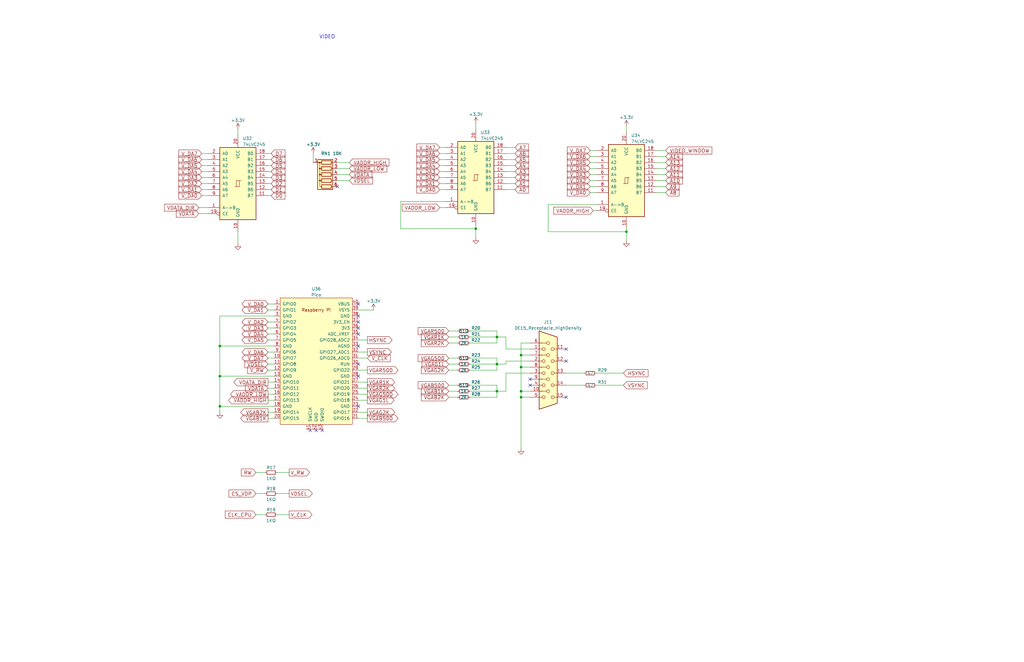
<source format=kicad_sch>
(kicad_sch (version 20230121) (generator eeschema)

  (uuid 6f75ea3e-6135-44f5-9313-1aad839ab6f6)

  (paper "B")

  (title_block
    (title "WE65816 - MARK2")
    (date "2024-09-15")
    (rev "V1.0")
  )

  (lib_symbols
    (symbol "74xx:74LS245" (pin_names (offset 1.016)) (in_bom yes) (on_board yes)
      (property "Reference" "U" (at -7.62 16.51 0)
        (effects (font (size 1.27 1.27)))
      )
      (property "Value" "74LS245" (at -7.62 -16.51 0)
        (effects (font (size 1.27 1.27)))
      )
      (property "Footprint" "" (at 0 0 0)
        (effects (font (size 1.27 1.27)) hide)
      )
      (property "Datasheet" "http://www.ti.com/lit/gpn/sn74LS245" (at 0 0 0)
        (effects (font (size 1.27 1.27)) hide)
      )
      (property "ki_locked" "" (at 0 0 0)
        (effects (font (size 1.27 1.27)))
      )
      (property "ki_keywords" "TTL BUS 3State" (at 0 0 0)
        (effects (font (size 1.27 1.27)) hide)
      )
      (property "ki_description" "Octal BUS Transceivers, 3-State outputs" (at 0 0 0)
        (effects (font (size 1.27 1.27)) hide)
      )
      (property "ki_fp_filters" "DIP?20*" (at 0 0 0)
        (effects (font (size 1.27 1.27)) hide)
      )
      (symbol "74LS245_1_0"
        (polyline
          (pts
            (xy -0.635 -1.27)
            (xy -0.635 1.27)
            (xy 0.635 1.27)
          )
          (stroke (width 0) (type default))
          (fill (type none))
        )
        (polyline
          (pts
            (xy -1.27 -1.27)
            (xy 0.635 -1.27)
            (xy 0.635 1.27)
            (xy 1.27 1.27)
          )
          (stroke (width 0) (type default))
          (fill (type none))
        )
        (pin input line (at -12.7 -10.16 0) (length 5.08)
          (name "A->B" (effects (font (size 1.27 1.27))))
          (number "1" (effects (font (size 1.27 1.27))))
        )
        (pin power_in line (at 0 -20.32 90) (length 5.08)
          (name "GND" (effects (font (size 1.27 1.27))))
          (number "10" (effects (font (size 1.27 1.27))))
        )
        (pin tri_state line (at 12.7 -5.08 180) (length 5.08)
          (name "B7" (effects (font (size 1.27 1.27))))
          (number "11" (effects (font (size 1.27 1.27))))
        )
        (pin tri_state line (at 12.7 -2.54 180) (length 5.08)
          (name "B6" (effects (font (size 1.27 1.27))))
          (number "12" (effects (font (size 1.27 1.27))))
        )
        (pin tri_state line (at 12.7 0 180) (length 5.08)
          (name "B5" (effects (font (size 1.27 1.27))))
          (number "13" (effects (font (size 1.27 1.27))))
        )
        (pin tri_state line (at 12.7 2.54 180) (length 5.08)
          (name "B4" (effects (font (size 1.27 1.27))))
          (number "14" (effects (font (size 1.27 1.27))))
        )
        (pin tri_state line (at 12.7 5.08 180) (length 5.08)
          (name "B3" (effects (font (size 1.27 1.27))))
          (number "15" (effects (font (size 1.27 1.27))))
        )
        (pin tri_state line (at 12.7 7.62 180) (length 5.08)
          (name "B2" (effects (font (size 1.27 1.27))))
          (number "16" (effects (font (size 1.27 1.27))))
        )
        (pin tri_state line (at 12.7 10.16 180) (length 5.08)
          (name "B1" (effects (font (size 1.27 1.27))))
          (number "17" (effects (font (size 1.27 1.27))))
        )
        (pin tri_state line (at 12.7 12.7 180) (length 5.08)
          (name "B0" (effects (font (size 1.27 1.27))))
          (number "18" (effects (font (size 1.27 1.27))))
        )
        (pin input inverted (at -12.7 -12.7 0) (length 5.08)
          (name "CE" (effects (font (size 1.27 1.27))))
          (number "19" (effects (font (size 1.27 1.27))))
        )
        (pin tri_state line (at -12.7 12.7 0) (length 5.08)
          (name "A0" (effects (font (size 1.27 1.27))))
          (number "2" (effects (font (size 1.27 1.27))))
        )
        (pin power_in line (at 0 20.32 270) (length 5.08)
          (name "VCC" (effects (font (size 1.27 1.27))))
          (number "20" (effects (font (size 1.27 1.27))))
        )
        (pin tri_state line (at -12.7 10.16 0) (length 5.08)
          (name "A1" (effects (font (size 1.27 1.27))))
          (number "3" (effects (font (size 1.27 1.27))))
        )
        (pin tri_state line (at -12.7 7.62 0) (length 5.08)
          (name "A2" (effects (font (size 1.27 1.27))))
          (number "4" (effects (font (size 1.27 1.27))))
        )
        (pin tri_state line (at -12.7 5.08 0) (length 5.08)
          (name "A3" (effects (font (size 1.27 1.27))))
          (number "5" (effects (font (size 1.27 1.27))))
        )
        (pin tri_state line (at -12.7 2.54 0) (length 5.08)
          (name "A4" (effects (font (size 1.27 1.27))))
          (number "6" (effects (font (size 1.27 1.27))))
        )
        (pin tri_state line (at -12.7 0 0) (length 5.08)
          (name "A5" (effects (font (size 1.27 1.27))))
          (number "7" (effects (font (size 1.27 1.27))))
        )
        (pin tri_state line (at -12.7 -2.54 0) (length 5.08)
          (name "A6" (effects (font (size 1.27 1.27))))
          (number "8" (effects (font (size 1.27 1.27))))
        )
        (pin tri_state line (at -12.7 -5.08 0) (length 5.08)
          (name "A7" (effects (font (size 1.27 1.27))))
          (number "9" (effects (font (size 1.27 1.27))))
        )
      )
      (symbol "74LS245_1_1"
        (rectangle (start -7.62 15.24) (end 7.62 -15.24)
          (stroke (width 0.254) (type default))
          (fill (type background))
        )
      )
    )
    (symbol "Connector:DE15_Receptacle_HighDensity" (pin_names (offset 1.016) hide) (in_bom yes) (on_board yes)
      (property "Reference" "J" (at 0 21.59 0)
        (effects (font (size 1.27 1.27)))
      )
      (property "Value" "DE15_Receptacle_HighDensity" (at 0 19.05 0)
        (effects (font (size 1.27 1.27)))
      )
      (property "Footprint" "" (at -24.13 10.16 0)
        (effects (font (size 1.27 1.27)) hide)
      )
      (property "Datasheet" " ~" (at -24.13 10.16 0)
        (effects (font (size 1.27 1.27)) hide)
      )
      (property "ki_keywords" "connector  receptacle de15 VGA female D-SUB" (at 0 0 0)
        (effects (font (size 1.27 1.27)) hide)
      )
      (property "ki_description" "15-pin female receptacle socket D-SUB connector, High density (3 columns), Triple Row, Generic, VGA-connector" (at 0 0 0)
        (effects (font (size 1.27 1.27)) hide)
      )
      (property "ki_fp_filters" "DSUB*Female*" (at 0 0 0)
        (effects (font (size 1.27 1.27)) hide)
      )
      (symbol "DE15_Receptacle_HighDensity_0_1"
        (circle (center -1.905 -10.16) (radius 0.635)
          (stroke (width 0) (type default))
          (fill (type none))
        )
        (circle (center -1.905 -5.08) (radius 0.635)
          (stroke (width 0) (type default))
          (fill (type none))
        )
        (circle (center -1.905 0) (radius 0.635)
          (stroke (width 0) (type default))
          (fill (type none))
        )
        (circle (center -1.905 5.08) (radius 0.635)
          (stroke (width 0) (type default))
          (fill (type none))
        )
        (circle (center -1.905 10.16) (radius 0.635)
          (stroke (width 0) (type default))
          (fill (type none))
        )
        (circle (center 0 -7.62) (radius 0.635)
          (stroke (width 0) (type default))
          (fill (type none))
        )
        (circle (center 0 -2.54) (radius 0.635)
          (stroke (width 0) (type default))
          (fill (type none))
        )
        (polyline
          (pts
            (xy -3.175 7.62)
            (xy -0.635 7.62)
          )
          (stroke (width 0) (type default))
          (fill (type none))
        )
        (polyline
          (pts
            (xy -0.635 -7.62)
            (xy -3.175 -7.62)
          )
          (stroke (width 0) (type default))
          (fill (type none))
        )
        (polyline
          (pts
            (xy -0.635 -2.54)
            (xy -3.175 -2.54)
          )
          (stroke (width 0) (type default))
          (fill (type none))
        )
        (polyline
          (pts
            (xy -0.635 2.54)
            (xy -3.175 2.54)
          )
          (stroke (width 0) (type default))
          (fill (type none))
        )
        (polyline
          (pts
            (xy -0.635 12.7)
            (xy -3.175 12.7)
          )
          (stroke (width 0) (type default))
          (fill (type none))
        )
        (polyline
          (pts
            (xy -3.81 17.78)
            (xy -3.81 -15.24)
            (xy 3.81 -12.7)
            (xy 3.81 15.24)
            (xy -3.81 17.78)
          )
          (stroke (width 0.254) (type default))
          (fill (type background))
        )
        (circle (center 0 2.54) (radius 0.635)
          (stroke (width 0) (type default))
          (fill (type none))
        )
        (circle (center 0 7.62) (radius 0.635)
          (stroke (width 0) (type default))
          (fill (type none))
        )
        (circle (center 0 12.7) (radius 0.635)
          (stroke (width 0) (type default))
          (fill (type none))
        )
        (circle (center 1.905 -10.16) (radius 0.635)
          (stroke (width 0) (type default))
          (fill (type none))
        )
        (circle (center 1.905 -5.08) (radius 0.635)
          (stroke (width 0) (type default))
          (fill (type none))
        )
        (circle (center 1.905 0) (radius 0.635)
          (stroke (width 0) (type default))
          (fill (type none))
        )
        (circle (center 1.905 5.08) (radius 0.635)
          (stroke (width 0) (type default))
          (fill (type none))
        )
        (circle (center 1.905 10.16) (radius 0.635)
          (stroke (width 0) (type default))
          (fill (type none))
        )
      )
      (symbol "DE15_Receptacle_HighDensity_1_1"
        (pin passive line (at -7.62 10.16 0) (length 5.08)
          (name "~" (effects (font (size 1.27 1.27))))
          (number "1" (effects (font (size 1.27 1.27))))
        )
        (pin passive line (at -7.62 -7.62 0) (length 5.08)
          (name "~" (effects (font (size 1.27 1.27))))
          (number "10" (effects (font (size 1.27 1.27))))
        )
        (pin passive line (at 7.62 10.16 180) (length 5.08)
          (name "~" (effects (font (size 1.27 1.27))))
          (number "11" (effects (font (size 1.27 1.27))))
        )
        (pin passive line (at 7.62 5.08 180) (length 5.08)
          (name "~" (effects (font (size 1.27 1.27))))
          (number "12" (effects (font (size 1.27 1.27))))
        )
        (pin passive line (at 7.62 0 180) (length 5.08)
          (name "~" (effects (font (size 1.27 1.27))))
          (number "13" (effects (font (size 1.27 1.27))))
        )
        (pin passive line (at 7.62 -5.08 180) (length 5.08)
          (name "~" (effects (font (size 1.27 1.27))))
          (number "14" (effects (font (size 1.27 1.27))))
        )
        (pin passive line (at 7.62 -10.16 180) (length 5.08)
          (name "~" (effects (font (size 1.27 1.27))))
          (number "15" (effects (font (size 1.27 1.27))))
        )
        (pin passive line (at -7.62 5.08 0) (length 5.08)
          (name "~" (effects (font (size 1.27 1.27))))
          (number "2" (effects (font (size 1.27 1.27))))
        )
        (pin passive line (at -7.62 0 0) (length 5.08)
          (name "~" (effects (font (size 1.27 1.27))))
          (number "3" (effects (font (size 1.27 1.27))))
        )
        (pin passive line (at -7.62 -5.08 0) (length 5.08)
          (name "~" (effects (font (size 1.27 1.27))))
          (number "4" (effects (font (size 1.27 1.27))))
        )
        (pin passive line (at -7.62 -10.16 0) (length 5.08)
          (name "~" (effects (font (size 1.27 1.27))))
          (number "5" (effects (font (size 1.27 1.27))))
        )
        (pin passive line (at -7.62 12.7 0) (length 5.08)
          (name "~" (effects (font (size 1.27 1.27))))
          (number "6" (effects (font (size 1.27 1.27))))
        )
        (pin passive line (at -7.62 7.62 0) (length 5.08)
          (name "~" (effects (font (size 1.27 1.27))))
          (number "7" (effects (font (size 1.27 1.27))))
        )
        (pin passive line (at -7.62 2.54 0) (length 5.08)
          (name "~" (effects (font (size 1.27 1.27))))
          (number "8" (effects (font (size 1.27 1.27))))
        )
        (pin passive line (at -7.62 -2.54 0) (length 5.08)
          (name "~" (effects (font (size 1.27 1.27))))
          (number "9" (effects (font (size 1.27 1.27))))
        )
      )
    )
    (symbol "Device:R_Network05" (pin_names (offset 0) hide) (in_bom yes) (on_board yes)
      (property "Reference" "RN" (at -7.62 0 90)
        (effects (font (size 1.27 1.27)))
      )
      (property "Value" "R_Network05" (at 7.62 0 90)
        (effects (font (size 1.27 1.27)))
      )
      (property "Footprint" "Resistor_THT:R_Array_SIP6" (at 9.525 0 90)
        (effects (font (size 1.27 1.27)) hide)
      )
      (property "Datasheet" "http://www.vishay.com/docs/31509/csc.pdf" (at 0 0 0)
        (effects (font (size 1.27 1.27)) hide)
      )
      (property "ki_keywords" "R network star-topology" (at 0 0 0)
        (effects (font (size 1.27 1.27)) hide)
      )
      (property "ki_description" "5 resistor network, star topology, bussed resistors, small symbol" (at 0 0 0)
        (effects (font (size 1.27 1.27)) hide)
      )
      (property "ki_fp_filters" "R?Array?SIP*" (at 0 0 0)
        (effects (font (size 1.27 1.27)) hide)
      )
      (symbol "R_Network05_0_1"
        (rectangle (start -6.35 -3.175) (end 6.35 3.175)
          (stroke (width 0.254) (type default))
          (fill (type background))
        )
        (rectangle (start -5.842 1.524) (end -4.318 -2.54)
          (stroke (width 0.254) (type default))
          (fill (type none))
        )
        (circle (center -5.08 2.286) (radius 0.254)
          (stroke (width 0) (type default))
          (fill (type outline))
        )
        (rectangle (start -3.302 1.524) (end -1.778 -2.54)
          (stroke (width 0.254) (type default))
          (fill (type none))
        )
        (circle (center -2.54 2.286) (radius 0.254)
          (stroke (width 0) (type default))
          (fill (type outline))
        )
        (rectangle (start -0.762 1.524) (end 0.762 -2.54)
          (stroke (width 0.254) (type default))
          (fill (type none))
        )
        (polyline
          (pts
            (xy -5.08 -2.54)
            (xy -5.08 -3.81)
          )
          (stroke (width 0) (type default))
          (fill (type none))
        )
        (polyline
          (pts
            (xy -2.54 -2.54)
            (xy -2.54 -3.81)
          )
          (stroke (width 0) (type default))
          (fill (type none))
        )
        (polyline
          (pts
            (xy 0 -2.54)
            (xy 0 -3.81)
          )
          (stroke (width 0) (type default))
          (fill (type none))
        )
        (polyline
          (pts
            (xy 2.54 -2.54)
            (xy 2.54 -3.81)
          )
          (stroke (width 0) (type default))
          (fill (type none))
        )
        (polyline
          (pts
            (xy 5.08 -2.54)
            (xy 5.08 -3.81)
          )
          (stroke (width 0) (type default))
          (fill (type none))
        )
        (polyline
          (pts
            (xy -5.08 1.524)
            (xy -5.08 2.286)
            (xy -2.54 2.286)
            (xy -2.54 1.524)
          )
          (stroke (width 0) (type default))
          (fill (type none))
        )
        (polyline
          (pts
            (xy -2.54 1.524)
            (xy -2.54 2.286)
            (xy 0 2.286)
            (xy 0 1.524)
          )
          (stroke (width 0) (type default))
          (fill (type none))
        )
        (polyline
          (pts
            (xy 0 1.524)
            (xy 0 2.286)
            (xy 2.54 2.286)
            (xy 2.54 1.524)
          )
          (stroke (width 0) (type default))
          (fill (type none))
        )
        (polyline
          (pts
            (xy 2.54 1.524)
            (xy 2.54 2.286)
            (xy 5.08 2.286)
            (xy 5.08 1.524)
          )
          (stroke (width 0) (type default))
          (fill (type none))
        )
        (circle (center 0 2.286) (radius 0.254)
          (stroke (width 0) (type default))
          (fill (type outline))
        )
        (rectangle (start 1.778 1.524) (end 3.302 -2.54)
          (stroke (width 0.254) (type default))
          (fill (type none))
        )
        (circle (center 2.54 2.286) (radius 0.254)
          (stroke (width 0) (type default))
          (fill (type outline))
        )
        (rectangle (start 4.318 1.524) (end 5.842 -2.54)
          (stroke (width 0.254) (type default))
          (fill (type none))
        )
      )
      (symbol "R_Network05_1_1"
        (pin passive line (at -5.08 5.08 270) (length 2.54)
          (name "common" (effects (font (size 1.27 1.27))))
          (number "1" (effects (font (size 1.27 1.27))))
        )
        (pin passive line (at -5.08 -5.08 90) (length 1.27)
          (name "R1" (effects (font (size 1.27 1.27))))
          (number "2" (effects (font (size 1.27 1.27))))
        )
        (pin passive line (at -2.54 -5.08 90) (length 1.27)
          (name "R2" (effects (font (size 1.27 1.27))))
          (number "3" (effects (font (size 1.27 1.27))))
        )
        (pin passive line (at 0 -5.08 90) (length 1.27)
          (name "R3" (effects (font (size 1.27 1.27))))
          (number "4" (effects (font (size 1.27 1.27))))
        )
        (pin passive line (at 2.54 -5.08 90) (length 1.27)
          (name "R4" (effects (font (size 1.27 1.27))))
          (number "5" (effects (font (size 1.27 1.27))))
        )
        (pin passive line (at 5.08 -5.08 90) (length 1.27)
          (name "R5" (effects (font (size 1.27 1.27))))
          (number "6" (effects (font (size 1.27 1.27))))
        )
      )
    )
    (symbol "Device:R_Small" (pin_numbers hide) (pin_names (offset 0.254) hide) (in_bom yes) (on_board yes)
      (property "Reference" "R" (at 0.762 0.508 0)
        (effects (font (size 1.27 1.27)) (justify left))
      )
      (property "Value" "R_Small" (at 0.762 -1.016 0)
        (effects (font (size 1.27 1.27)) (justify left))
      )
      (property "Footprint" "" (at 0 0 0)
        (effects (font (size 1.27 1.27)) hide)
      )
      (property "Datasheet" "~" (at 0 0 0)
        (effects (font (size 1.27 1.27)) hide)
      )
      (property "ki_keywords" "R resistor" (at 0 0 0)
        (effects (font (size 1.27 1.27)) hide)
      )
      (property "ki_description" "Resistor, small symbol" (at 0 0 0)
        (effects (font (size 1.27 1.27)) hide)
      )
      (property "ki_fp_filters" "R_*" (at 0 0 0)
        (effects (font (size 1.27 1.27)) hide)
      )
      (symbol "R_Small_0_1"
        (rectangle (start -0.762 1.778) (end 0.762 -1.778)
          (stroke (width 0.2032) (type default))
          (fill (type none))
        )
      )
      (symbol "R_Small_1_1"
        (pin passive line (at 0 2.54 270) (length 0.762)
          (name "~" (effects (font (size 1.27 1.27))))
          (number "1" (effects (font (size 1.27 1.27))))
        )
        (pin passive line (at 0 -2.54 90) (length 0.762)
          (name "~" (effects (font (size 1.27 1.27))))
          (number "2" (effects (font (size 1.27 1.27))))
        )
      )
    )
    (symbol "RPi_pico:Pico" (pin_names (offset 1.016)) (in_bom yes) (on_board yes)
      (property "Reference" "U36" (at 0 30.48 0)
        (effects (font (size 1.27 1.27)))
      )
      (property "Value" "Pico" (at 0 27.94 0)
        (effects (font (size 1.27 1.27)))
      )
      (property "Footprint" "RPi_Pico:RPi_Pico_SMD_TH" (at 0 0 90)
        (effects (font (size 1.27 1.27)) hide)
      )
      (property "Datasheet" "" (at 0 0 0)
        (effects (font (size 1.27 1.27)) hide)
      )
      (symbol "Pico_0_0"
        (text "Raspberry Pi" (at 0 21.59 0)
          (effects (font (size 1.27 1.27)))
        )
      )
      (symbol "Pico_0_1"
        (rectangle (start -15.24 26.67) (end 15.24 -26.67)
          (stroke (width 0) (type solid))
          (fill (type background))
        )
      )
      (symbol "Pico_1_1"
        (pin bidirectional line (at -17.78 24.13 0) (length 2.54)
          (name "GPIO0" (effects (font (size 1.27 1.27))))
          (number "1" (effects (font (size 1.27 1.27))))
        )
        (pin bidirectional line (at -17.78 1.27 0) (length 2.54)
          (name "GPIO7" (effects (font (size 1.27 1.27))))
          (number "10" (effects (font (size 1.27 1.27))))
        )
        (pin bidirectional line (at -17.78 -1.27 0) (length 2.54)
          (name "GPIO8" (effects (font (size 1.27 1.27))))
          (number "11" (effects (font (size 1.27 1.27))))
        )
        (pin bidirectional line (at -17.78 -3.81 0) (length 2.54)
          (name "GPIO9" (effects (font (size 1.27 1.27))))
          (number "12" (effects (font (size 1.27 1.27))))
        )
        (pin power_in line (at -17.78 -6.35 0) (length 2.54)
          (name "GND" (effects (font (size 1.27 1.27))))
          (number "13" (effects (font (size 1.27 1.27))))
        )
        (pin bidirectional line (at -17.78 -8.89 0) (length 2.54)
          (name "GPIO10" (effects (font (size 1.27 1.27))))
          (number "14" (effects (font (size 1.27 1.27))))
        )
        (pin bidirectional line (at -17.78 -11.43 0) (length 2.54)
          (name "GPIO11" (effects (font (size 1.27 1.27))))
          (number "15" (effects (font (size 1.27 1.27))))
        )
        (pin bidirectional line (at -17.78 -13.97 0) (length 2.54)
          (name "GPIO12" (effects (font (size 1.27 1.27))))
          (number "16" (effects (font (size 1.27 1.27))))
        )
        (pin bidirectional line (at -17.78 -16.51 0) (length 2.54)
          (name "GPIO13" (effects (font (size 1.27 1.27))))
          (number "17" (effects (font (size 1.27 1.27))))
        )
        (pin power_in line (at -17.78 -19.05 0) (length 2.54)
          (name "GND" (effects (font (size 1.27 1.27))))
          (number "18" (effects (font (size 1.27 1.27))))
        )
        (pin bidirectional line (at -17.78 -21.59 0) (length 2.54)
          (name "GPIO14" (effects (font (size 1.27 1.27))))
          (number "19" (effects (font (size 1.27 1.27))))
        )
        (pin bidirectional line (at -17.78 21.59 0) (length 2.54)
          (name "GPIO1" (effects (font (size 1.27 1.27))))
          (number "2" (effects (font (size 1.27 1.27))))
        )
        (pin bidirectional line (at -17.78 -24.13 0) (length 2.54)
          (name "GPIO15" (effects (font (size 1.27 1.27))))
          (number "20" (effects (font (size 1.27 1.27))))
        )
        (pin bidirectional line (at 17.78 -24.13 180) (length 2.54)
          (name "GPIO16" (effects (font (size 1.27 1.27))))
          (number "21" (effects (font (size 1.27 1.27))))
        )
        (pin bidirectional line (at 17.78 -21.59 180) (length 2.54)
          (name "GPIO17" (effects (font (size 1.27 1.27))))
          (number "22" (effects (font (size 1.27 1.27))))
        )
        (pin power_in line (at 17.78 -19.05 180) (length 2.54)
          (name "GND" (effects (font (size 1.27 1.27))))
          (number "23" (effects (font (size 1.27 1.27))))
        )
        (pin bidirectional line (at 17.78 -16.51 180) (length 2.54)
          (name "GPIO18" (effects (font (size 1.27 1.27))))
          (number "24" (effects (font (size 1.27 1.27))))
        )
        (pin bidirectional line (at 17.78 -13.97 180) (length 2.54)
          (name "GPIO19" (effects (font (size 1.27 1.27))))
          (number "25" (effects (font (size 1.27 1.27))))
        )
        (pin bidirectional line (at 17.78 -11.43 180) (length 2.54)
          (name "GPIO20" (effects (font (size 1.27 1.27))))
          (number "26" (effects (font (size 1.27 1.27))))
        )
        (pin bidirectional line (at 17.78 -8.89 180) (length 2.54)
          (name "GPIO21" (effects (font (size 1.27 1.27))))
          (number "27" (effects (font (size 1.27 1.27))))
        )
        (pin power_in line (at 17.78 -6.35 180) (length 2.54)
          (name "GND" (effects (font (size 1.27 1.27))))
          (number "28" (effects (font (size 1.27 1.27))))
        )
        (pin bidirectional line (at 17.78 -3.81 180) (length 2.54)
          (name "GPIO22" (effects (font (size 1.27 1.27))))
          (number "29" (effects (font (size 1.27 1.27))))
        )
        (pin power_in line (at -17.78 19.05 0) (length 2.54)
          (name "GND" (effects (font (size 1.27 1.27))))
          (number "3" (effects (font (size 1.27 1.27))))
        )
        (pin input line (at 17.78 -1.27 180) (length 2.54)
          (name "RUN" (effects (font (size 1.27 1.27))))
          (number "30" (effects (font (size 1.27 1.27))))
        )
        (pin bidirectional line (at 17.78 1.27 180) (length 2.54)
          (name "GPIO26_ADC0" (effects (font (size 1.27 1.27))))
          (number "31" (effects (font (size 1.27 1.27))))
        )
        (pin bidirectional line (at 17.78 3.81 180) (length 2.54)
          (name "GPIO27_ADC1" (effects (font (size 1.27 1.27))))
          (number "32" (effects (font (size 1.27 1.27))))
        )
        (pin power_in line (at 17.78 6.35 180) (length 2.54)
          (name "AGND" (effects (font (size 1.27 1.27))))
          (number "33" (effects (font (size 1.27 1.27))))
        )
        (pin bidirectional line (at 17.78 8.89 180) (length 2.54)
          (name "GPIO28_ADC2" (effects (font (size 1.27 1.27))))
          (number "34" (effects (font (size 1.27 1.27))))
        )
        (pin unspecified line (at 17.78 11.43 180) (length 2.54)
          (name "ADC_VREF" (effects (font (size 1.27 1.27))))
          (number "35" (effects (font (size 1.27 1.27))))
        )
        (pin unspecified line (at 17.78 13.97 180) (length 2.54)
          (name "3V3" (effects (font (size 1.27 1.27))))
          (number "36" (effects (font (size 1.27 1.27))))
        )
        (pin input line (at 17.78 16.51 180) (length 2.54)
          (name "3V3_EN" (effects (font (size 1.27 1.27))))
          (number "37" (effects (font (size 1.27 1.27))))
        )
        (pin bidirectional line (at 17.78 19.05 180) (length 2.54)
          (name "GND" (effects (font (size 1.27 1.27))))
          (number "38" (effects (font (size 1.27 1.27))))
        )
        (pin power_in line (at 17.78 21.59 180) (length 2.54)
          (name "VSYS" (effects (font (size 1.27 1.27))))
          (number "39" (effects (font (size 1.27 1.27))))
        )
        (pin bidirectional line (at -17.78 16.51 0) (length 2.54)
          (name "GPIO2" (effects (font (size 1.27 1.27))))
          (number "4" (effects (font (size 1.27 1.27))))
        )
        (pin unspecified line (at 17.78 24.13 180) (length 2.54)
          (name "VBUS" (effects (font (size 1.27 1.27))))
          (number "40" (effects (font (size 1.27 1.27))))
        )
        (pin input line (at -2.54 -29.21 90) (length 2.54)
          (name "SWCLK" (effects (font (size 1.27 1.27))))
          (number "41" (effects (font (size 1.27 1.27))))
        )
        (pin power_in line (at 0 -29.21 90) (length 2.54)
          (name "GND" (effects (font (size 1.27 1.27))))
          (number "42" (effects (font (size 1.27 1.27))))
        )
        (pin bidirectional line (at 2.54 -29.21 90) (length 2.54)
          (name "SWDIO" (effects (font (size 1.27 1.27))))
          (number "43" (effects (font (size 1.27 1.27))))
        )
        (pin bidirectional line (at -17.78 13.97 0) (length 2.54)
          (name "GPIO3" (effects (font (size 1.27 1.27))))
          (number "5" (effects (font (size 1.27 1.27))))
        )
        (pin bidirectional line (at -17.78 11.43 0) (length 2.54)
          (name "GPIO4" (effects (font (size 1.27 1.27))))
          (number "6" (effects (font (size 1.27 1.27))))
        )
        (pin bidirectional line (at -17.78 8.89 0) (length 2.54)
          (name "GPIO5" (effects (font (size 1.27 1.27))))
          (number "7" (effects (font (size 1.27 1.27))))
        )
        (pin power_in line (at -17.78 6.35 0) (length 2.54)
          (name "GND" (effects (font (size 1.27 1.27))))
          (number "8" (effects (font (size 1.27 1.27))))
        )
        (pin bidirectional line (at -17.78 3.81 0) (length 2.54)
          (name "GPIO6" (effects (font (size 1.27 1.27))))
          (number "9" (effects (font (size 1.27 1.27))))
        )
      )
    )
    (symbol "power:+3.3V" (power) (pin_names (offset 0)) (in_bom yes) (on_board yes)
      (property "Reference" "#PWR" (at 0 -3.81 0)
        (effects (font (size 1.27 1.27)) hide)
      )
      (property "Value" "+3.3V" (at 0 3.556 0)
        (effects (font (size 1.27 1.27)))
      )
      (property "Footprint" "" (at 0 0 0)
        (effects (font (size 1.27 1.27)) hide)
      )
      (property "Datasheet" "" (at 0 0 0)
        (effects (font (size 1.27 1.27)) hide)
      )
      (property "ki_keywords" "global power" (at 0 0 0)
        (effects (font (size 1.27 1.27)) hide)
      )
      (property "ki_description" "Power symbol creates a global label with name \"+3.3V\"" (at 0 0 0)
        (effects (font (size 1.27 1.27)) hide)
      )
      (symbol "+3.3V_0_1"
        (polyline
          (pts
            (xy -0.762 1.27)
            (xy 0 2.54)
          )
          (stroke (width 0) (type default))
          (fill (type none))
        )
        (polyline
          (pts
            (xy 0 0)
            (xy 0 2.54)
          )
          (stroke (width 0) (type default))
          (fill (type none))
        )
        (polyline
          (pts
            (xy 0 2.54)
            (xy 0.762 1.27)
          )
          (stroke (width 0) (type default))
          (fill (type none))
        )
      )
      (symbol "+3.3V_1_1"
        (pin power_in line (at 0 0 90) (length 0) hide
          (name "+3.3V" (effects (font (size 1.27 1.27))))
          (number "1" (effects (font (size 1.27 1.27))))
        )
      )
    )
    (symbol "power:GND" (power) (pin_names (offset 0)) (in_bom yes) (on_board yes)
      (property "Reference" "#PWR" (at 0 -6.35 0)
        (effects (font (size 1.27 1.27)) hide)
      )
      (property "Value" "GND" (at 0 -3.81 0)
        (effects (font (size 1.27 1.27)))
      )
      (property "Footprint" "" (at 0 0 0)
        (effects (font (size 1.27 1.27)) hide)
      )
      (property "Datasheet" "" (at 0 0 0)
        (effects (font (size 1.27 1.27)) hide)
      )
      (property "ki_keywords" "global power" (at 0 0 0)
        (effects (font (size 1.27 1.27)) hide)
      )
      (property "ki_description" "Power symbol creates a global label with name \"GND\" , ground" (at 0 0 0)
        (effects (font (size 1.27 1.27)) hide)
      )
      (symbol "GND_0_1"
        (polyline
          (pts
            (xy 0 0)
            (xy 0 -1.27)
            (xy 1.27 -1.27)
            (xy 0 -2.54)
            (xy -1.27 -1.27)
            (xy 0 -1.27)
          )
          (stroke (width 0) (type default))
          (fill (type none))
        )
      )
      (symbol "GND_1_1"
        (pin power_in line (at 0 0 270) (length 0) hide
          (name "GND" (effects (font (size 1.27 1.27))))
          (number "1" (effects (font (size 1.27 1.27))))
        )
      )
    )
  )

  (junction (at 200.66 96.52) (diameter 0) (color 0 0 0 0)
    (uuid 3e809a65-2346-4540-b25c-8154ecae8cea)
  )
  (junction (at 209.55 165.1) (diameter 0) (color 0 0 0 0)
    (uuid 403c1536-1f84-49ea-a3f8-dcbfcd8e1f92)
  )
  (junction (at 92.71 158.75) (diameter 0) (color 0 0 0 0)
    (uuid 4ab5a750-83d3-4856-b402-6999a0a6a778)
  )
  (junction (at 92.71 171.45) (diameter 0) (color 0 0 0 0)
    (uuid 61400855-ab6e-4b88-a996-f8647931f500)
  )
  (junction (at 209.55 142.24) (diameter 0) (color 0 0 0 0)
    (uuid 65134af3-bfca-4741-9509-815a39780f80)
  )
  (junction (at 219.71 165.1) (diameter 0) (color 0 0 0 0)
    (uuid 7017e48c-a188-48e3-8d6f-b59e589539da)
  )
  (junction (at 219.71 149.86) (diameter 0) (color 0 0 0 0)
    (uuid 8a9a41f0-50a1-4e45-ae98-17f5c6476f93)
  )
  (junction (at 219.71 154.94) (diameter 0) (color 0 0 0 0)
    (uuid 9c6a1402-bdd7-48a1-99b0-7036cd91459a)
  )
  (junction (at 92.71 146.05) (diameter 0) (color 0 0 0 0)
    (uuid a714f8fe-e69f-4d6c-a7e0-b4e147727975)
  )
  (junction (at 219.71 167.64) (diameter 0) (color 0 0 0 0)
    (uuid d16139b9-7084-4ee7-b886-1941b61ed41b)
  )
  (junction (at 264.16 97.79) (diameter 0) (color 0 0 0 0)
    (uuid efd7cbd3-86e7-483e-b1eb-1c687444c68a)
  )
  (junction (at 209.55 153.67) (diameter 0) (color 0 0 0 0)
    (uuid fd512ebd-7920-492f-926d-df5730b233f8)
  )

  (no_connect (at 151.13 128.27) (uuid 0258bcae-a73c-4a24-87e0-3336e59ac58c))
  (no_connect (at 151.13 140.97) (uuid 02e97079-2a8e-4c91-8dee-72c18823f6b2))
  (no_connect (at 151.13 135.89) (uuid 16b9e1e4-7e1c-4295-95a0-9911f7f6f197))
  (no_connect (at 135.89 181.61) (uuid 3422b585-c42c-4791-bf5f-b979f5d70721))
  (no_connect (at 238.76 167.64) (uuid 6c41a44c-cdd1-4641-b8dc-57624f3eaf85))
  (no_connect (at 151.13 133.35) (uuid 8a225cdd-1949-4e10-b186-9896cbec8a28))
  (no_connect (at 133.35 181.61) (uuid 8dd2e97e-cca8-4935-b65f-7c50700f6777))
  (no_connect (at 151.13 158.75) (uuid 9b88a801-a4c3-43ff-a318-f88dd7504bd8))
  (no_connect (at 238.76 152.4) (uuid 9d2440ef-ba5d-4db0-a857-c5b979048796))
  (no_connect (at 142.24 78.74) (uuid 9ebbe59f-d003-4c0c-a209-51da302210ca))
  (no_connect (at 223.52 162.56) (uuid c06b333a-2dcc-4b0f-a021-db392b8757b2))
  (no_connect (at 151.13 171.45) (uuid c1ceeb87-42c1-43e2-8f3f-42005b0b9b3e))
  (no_connect (at 238.76 147.32) (uuid c5975358-2ff3-42dc-8c19-ba7ff9af596b))
  (no_connect (at 223.52 160.02) (uuid ce4a1b8f-6065-4b5a-b77c-c7892163be28))
  (no_connect (at 151.13 146.05) (uuid cf1f2f7c-4778-4674-9c1d-5f531830ba8c))
  (no_connect (at 151.13 138.43) (uuid d44b08b1-1023-49be-80e2-14e4656cc29a))
  (no_connect (at 130.81 181.61) (uuid e968706a-0b5a-4437-874b-92d4029f47d2))
  (no_connect (at 151.13 153.67) (uuid ea615ded-4677-458c-a592-464d5e7acee3))

  (wire (pts (xy 209.55 144.78) (xy 209.55 142.24))
    (stroke (width 0) (type default))
    (uuid 01d736bb-68cd-49e0-b9f4-3144d05be6fe)
  )
  (wire (pts (xy 185.42 72.39) (xy 187.96 72.39))
    (stroke (width 0) (type default))
    (uuid 01e60d9e-c54e-4f63-a1eb-f4729ee3c614)
  )
  (wire (pts (xy 264.16 96.52) (xy 264.16 97.79))
    (stroke (width 0) (type default))
    (uuid 0239053f-bbfc-4cdd-824e-086160ef2494)
  )
  (wire (pts (xy 185.42 80.01) (xy 187.96 80.01))
    (stroke (width 0) (type default))
    (uuid 059d80bb-8c48-44a3-937d-19ac1920b7dc)
  )
  (wire (pts (xy 100.33 54.61) (xy 100.33 57.15))
    (stroke (width 0) (type default))
    (uuid 05d95400-805e-4f4c-8b80-04598fe0804a)
  )
  (wire (pts (xy 115.57 171.45) (xy 92.71 171.45))
    (stroke (width 0) (type default))
    (uuid 067c1027-4fa0-44c3-8043-403291c853f3)
  )
  (wire (pts (xy 209.55 139.7) (xy 209.55 142.24))
    (stroke (width 0) (type default))
    (uuid 0756494f-0c7f-4f99-90f8-c52d3597a5b5)
  )
  (wire (pts (xy 142.24 71.12) (xy 147.32 71.12))
    (stroke (width 0) (type default))
    (uuid 0829c0c6-86bf-4417-85af-b306717e08ba)
  )
  (wire (pts (xy 189.23 142.24) (xy 193.04 142.24))
    (stroke (width 0) (type default))
    (uuid 0976c769-dd83-400d-a246-9797c2f735a0)
  )
  (wire (pts (xy 85.09 67.31) (xy 87.63 67.31))
    (stroke (width 0) (type default))
    (uuid 09ffd432-177f-47d0-88c8-74290a260a19)
  )
  (wire (pts (xy 185.42 69.85) (xy 187.96 69.85))
    (stroke (width 0) (type default))
    (uuid 0b23124b-af2c-4892-9550-b22825ea4412)
  )
  (wire (pts (xy 238.76 157.48) (xy 246.38 157.48))
    (stroke (width 0) (type default))
    (uuid 0b496056-9129-4ed6-b423-f2524a60395d)
  )
  (wire (pts (xy 151.13 148.59) (xy 154.94 148.59))
    (stroke (width 0) (type default))
    (uuid 0dfbd0c0-1ed5-47ae-870c-32646f5ff6ca)
  )
  (wire (pts (xy 113.03 176.53) (xy 115.57 176.53))
    (stroke (width 0) (type default))
    (uuid 0efa878a-4959-4801-b05f-bf40b00f91b3)
  )
  (wire (pts (xy 276.86 81.28) (xy 280.67 81.28))
    (stroke (width 0) (type default))
    (uuid 11d1939e-8260-4f19-a397-1e10261919b2)
  )
  (wire (pts (xy 142.24 68.58) (xy 147.32 68.58))
    (stroke (width 0) (type default))
    (uuid 12af25df-1acf-4368-a8ba-bb879fa965d8)
  )
  (wire (pts (xy 113.03 156.21) (xy 115.57 156.21))
    (stroke (width 0) (type default))
    (uuid 1517dbbd-5420-4369-92d8-200773fd9cf1)
  )
  (wire (pts (xy 116.84 208.28) (xy 121.92 208.28))
    (stroke (width 0) (type default))
    (uuid 16afeb7b-5434-418f-8642-3a01137c9866)
  )
  (wire (pts (xy 168.91 85.09) (xy 168.91 96.52))
    (stroke (width 0) (type default))
    (uuid 183448e7-a2c6-4253-a1b4-982c60a68097)
  )
  (wire (pts (xy 198.12 162.56) (xy 209.55 162.56))
    (stroke (width 0) (type default))
    (uuid 19beef03-fe5b-4f06-84a5-567218a17d33)
  )
  (wire (pts (xy 219.71 167.64) (xy 219.71 189.23))
    (stroke (width 0) (type default))
    (uuid 1bcb6aae-a517-471a-ba5d-70c6bd6c2f6c)
  )
  (wire (pts (xy 107.95 208.28) (xy 111.76 208.28))
    (stroke (width 0) (type default))
    (uuid 224b7d9c-e826-4453-9a77-a7ac8d4f260f)
  )
  (wire (pts (xy 113.03 173.99) (xy 115.57 173.99))
    (stroke (width 0) (type default))
    (uuid 22ec8f24-57b9-4722-93fe-5f0813fe1804)
  )
  (wire (pts (xy 219.71 154.94) (xy 223.52 154.94))
    (stroke (width 0) (type default))
    (uuid 24f29090-b516-406f-b9c0-87b365a4c326)
  )
  (wire (pts (xy 142.24 73.66) (xy 147.32 73.66))
    (stroke (width 0) (type default))
    (uuid 261636de-44a0-4bd3-a27c-9dd4eb2aa757)
  )
  (wire (pts (xy 209.55 167.64) (xy 209.55 165.1))
    (stroke (width 0) (type default))
    (uuid 275eccdd-4351-4e8e-90be-88aaabff79f4)
  )
  (wire (pts (xy 251.46 162.56) (xy 262.89 162.56))
    (stroke (width 0) (type default))
    (uuid 276437cb-e634-42f6-a189-9c9e7ed20752)
  )
  (wire (pts (xy 264.16 53.34) (xy 264.16 55.88))
    (stroke (width 0) (type default))
    (uuid 27ddc261-242f-4c3f-8750-6402dc5f5016)
  )
  (wire (pts (xy 189.23 151.13) (xy 193.04 151.13))
    (stroke (width 0) (type default))
    (uuid 28342108-bdcf-47ae-a856-ce740e0a361c)
  )
  (wire (pts (xy 209.55 153.67) (xy 213.36 153.67))
    (stroke (width 0) (type default))
    (uuid 2a8c2edc-4fc0-4f3c-a2dd-935e1ff87e65)
  )
  (wire (pts (xy 151.13 166.37) (xy 154.94 166.37))
    (stroke (width 0) (type default))
    (uuid 2badd1a7-5e33-4237-803a-7d6d8def43b6)
  )
  (wire (pts (xy 85.09 77.47) (xy 87.63 77.47))
    (stroke (width 0) (type default))
    (uuid 2d298aa8-8424-4fc0-bf5d-38f740e0248f)
  )
  (wire (pts (xy 107.95 217.17) (xy 111.76 217.17))
    (stroke (width 0) (type default))
    (uuid 2eb2adee-6163-4647-b53e-6405a3807071)
  )
  (wire (pts (xy 189.23 139.7) (xy 193.04 139.7))
    (stroke (width 0) (type default))
    (uuid 2ec66633-57a8-4bf6-998b-823f740baadc)
  )
  (wire (pts (xy 114.3 74.93) (xy 113.03 74.93))
    (stroke (width 0) (type default))
    (uuid 313cccce-c228-4c9a-888d-b57b79abf2f1)
  )
  (wire (pts (xy 185.42 74.93) (xy 187.96 74.93))
    (stroke (width 0) (type default))
    (uuid 316f5add-eb02-482f-a6f0-e862a6533e12)
  )
  (wire (pts (xy 92.71 158.75) (xy 115.57 158.75))
    (stroke (width 0) (type default))
    (uuid 32c50610-d66c-4a4e-b853-3b8dabd8f9f2)
  )
  (wire (pts (xy 189.23 162.56) (xy 193.04 162.56))
    (stroke (width 0) (type default))
    (uuid 3356eea9-addc-4c2d-ac9f-b84e0f690e0d)
  )
  (wire (pts (xy 200.66 52.07) (xy 200.66 54.61))
    (stroke (width 0) (type default))
    (uuid 33604d01-8b25-4f28-ae58-7e0919cb6547)
  )
  (wire (pts (xy 213.36 80.01) (xy 217.17 80.01))
    (stroke (width 0) (type default))
    (uuid 36f51a5a-8527-49c5-bf75-88d95954501a)
  )
  (wire (pts (xy 114.3 80.01) (xy 113.03 80.01))
    (stroke (width 0) (type default))
    (uuid 39f16528-cb2d-4008-8632-ad8e0aef1952)
  )
  (wire (pts (xy 231.14 86.36) (xy 231.14 97.79))
    (stroke (width 0) (type default))
    (uuid 3b58c060-9508-48af-ac95-13634c0281c7)
  )
  (wire (pts (xy 113.03 135.89) (xy 115.57 135.89))
    (stroke (width 0) (type default))
    (uuid 3c0c4cfd-9824-48af-9581-4bad59912b5b)
  )
  (wire (pts (xy 219.71 149.86) (xy 219.71 154.94))
    (stroke (width 0) (type default))
    (uuid 3d06242d-bb1e-4b83-94c8-a105ce70ff58)
  )
  (wire (pts (xy 248.92 68.58) (xy 251.46 68.58))
    (stroke (width 0) (type default))
    (uuid 3f6fd624-a311-4d39-acf2-c12a9f191ca7)
  )
  (wire (pts (xy 151.13 168.91) (xy 154.94 168.91))
    (stroke (width 0) (type default))
    (uuid 41a25010-855d-45a3-af45-3b7903e827e0)
  )
  (wire (pts (xy 85.09 64.77) (xy 87.63 64.77))
    (stroke (width 0) (type default))
    (uuid 45495778-39f5-45bb-bcad-0e9263ea21a8)
  )
  (wire (pts (xy 219.71 154.94) (xy 219.71 165.1))
    (stroke (width 0) (type default))
    (uuid 45851e70-3274-4f2f-b7a7-0f1e98073004)
  )
  (wire (pts (xy 113.03 138.43) (xy 115.57 138.43))
    (stroke (width 0) (type default))
    (uuid 48ba7dd5-7b14-4c10-a4b6-1e0cf1e10430)
  )
  (wire (pts (xy 168.91 96.52) (xy 200.66 96.52))
    (stroke (width 0) (type default))
    (uuid 4bc6f597-65f0-4398-a304-1ef8809e1f70)
  )
  (wire (pts (xy 151.13 161.29) (xy 154.94 161.29))
    (stroke (width 0) (type default))
    (uuid 4d17b3d8-75c9-4643-bf74-3fe37d825865)
  )
  (wire (pts (xy 209.55 151.13) (xy 209.55 153.67))
    (stroke (width 0) (type default))
    (uuid 4e05613e-5bc8-4ea5-9e48-a7172554576a)
  )
  (wire (pts (xy 248.92 66.04) (xy 251.46 66.04))
    (stroke (width 0) (type default))
    (uuid 4fd04d48-a031-45f8-8410-ea668dbe865e)
  )
  (wire (pts (xy 198.12 144.78) (xy 209.55 144.78))
    (stroke (width 0) (type default))
    (uuid 51589666-88df-43e9-86c1-5996da670016)
  )
  (wire (pts (xy 219.71 144.78) (xy 219.71 149.86))
    (stroke (width 0) (type default))
    (uuid 5166f58b-fe1b-4cd4-8c23-60afc58da8e2)
  )
  (wire (pts (xy 209.55 142.24) (xy 198.12 142.24))
    (stroke (width 0) (type default))
    (uuid 535010d8-77e3-45c8-b03a-ce0c88a364db)
  )
  (wire (pts (xy 113.03 128.27) (xy 115.57 128.27))
    (stroke (width 0) (type default))
    (uuid 54d71b7d-f81c-4e01-acbf-81d05a83421d)
  )
  (wire (pts (xy 213.36 152.4) (xy 223.52 152.4))
    (stroke (width 0) (type default))
    (uuid 54fb6241-71ae-4402-aa99-ef89e32eb415)
  )
  (wire (pts (xy 189.23 144.78) (xy 193.04 144.78))
    (stroke (width 0) (type default))
    (uuid 55767c44-ae49-4377-91e1-5cdff27732b0)
  )
  (wire (pts (xy 151.13 173.99) (xy 154.94 173.99))
    (stroke (width 0) (type default))
    (uuid 5a7f30f4-2afd-42b2-883a-14a60c305641)
  )
  (wire (pts (xy 213.36 67.31) (xy 217.17 67.31))
    (stroke (width 0) (type default))
    (uuid 5dbceca9-4547-4f04-b682-76caea413236)
  )
  (wire (pts (xy 113.03 130.81) (xy 115.57 130.81))
    (stroke (width 0) (type default))
    (uuid 621035b3-9911-453f-8dfb-35c8a91b0946)
  )
  (wire (pts (xy 209.55 165.1) (xy 198.12 165.1))
    (stroke (width 0) (type default))
    (uuid 6291d22f-09ea-4ffa-a8ba-c1dccfed2ec3)
  )
  (wire (pts (xy 85.09 80.01) (xy 87.63 80.01))
    (stroke (width 0) (type default))
    (uuid 62dcf947-e185-4692-acf9-87560a92c782)
  )
  (wire (pts (xy 151.13 163.83) (xy 154.94 163.83))
    (stroke (width 0) (type default))
    (uuid 6519daed-6ac9-490f-9156-59798d7336d7)
  )
  (wire (pts (xy 213.36 69.85) (xy 217.17 69.85))
    (stroke (width 0) (type default))
    (uuid 65f6d7e8-32f6-419a-bf28-d4bf70648b4e)
  )
  (wire (pts (xy 114.3 67.31) (xy 113.03 67.31))
    (stroke (width 0) (type default))
    (uuid 6633edc5-ee25-48f5-aede-ffb23ce4e1a0)
  )
  (wire (pts (xy 213.36 62.23) (xy 217.17 62.23))
    (stroke (width 0) (type default))
    (uuid 669f4788-b5da-4cd4-812c-7821b8f5c214)
  )
  (wire (pts (xy 85.09 72.39) (xy 87.63 72.39))
    (stroke (width 0) (type default))
    (uuid 6832c5b6-6121-49db-b006-cb8f83d6a4dc)
  )
  (wire (pts (xy 223.52 144.78) (xy 219.71 144.78))
    (stroke (width 0) (type default))
    (uuid 6a00834b-6e1f-49e2-9094-e128e73aba33)
  )
  (wire (pts (xy 116.84 199.39) (xy 121.92 199.39))
    (stroke (width 0) (type default))
    (uuid 6c515844-bece-44f1-9973-7a74b9c3c1a7)
  )
  (wire (pts (xy 113.03 161.29) (xy 115.57 161.29))
    (stroke (width 0) (type default))
    (uuid 6d96bdfe-c98c-48ff-9443-d63bced48fff)
  )
  (wire (pts (xy 209.55 156.21) (xy 209.55 153.67))
    (stroke (width 0) (type default))
    (uuid 6fc55c73-e339-4d64-b745-553b6e264fd7)
  )
  (wire (pts (xy 200.66 96.52) (xy 200.66 100.33))
    (stroke (width 0) (type default))
    (uuid 6ff6ff42-cfcd-45dc-8980-0b4bca3b07fe)
  )
  (wire (pts (xy 276.86 63.5) (xy 280.67 63.5))
    (stroke (width 0) (type default))
    (uuid 721c6fab-efe7-4032-b91c-e25ba627f380)
  )
  (wire (pts (xy 92.71 133.35) (xy 115.57 133.35))
    (stroke (width 0) (type default))
    (uuid 730b2514-ba5f-48af-8166-84416c18c6e3)
  )
  (wire (pts (xy 113.03 143.51) (xy 115.57 143.51))
    (stroke (width 0) (type default))
    (uuid 73c5bbfa-2478-4605-818c-fbe633bbb463)
  )
  (wire (pts (xy 189.23 156.21) (xy 193.04 156.21))
    (stroke (width 0) (type default))
    (uuid 76b0a233-f408-489a-9b6e-5befd619d062)
  )
  (wire (pts (xy 219.71 149.86) (xy 223.52 149.86))
    (stroke (width 0) (type default))
    (uuid 79e424b3-07a0-45d0-932a-8d4ffd419f6a)
  )
  (wire (pts (xy 85.09 82.55) (xy 87.63 82.55))
    (stroke (width 0) (type default))
    (uuid 7bb15b2b-98a8-4546-aecb-8ad41fc0808e)
  )
  (wire (pts (xy 213.36 72.39) (xy 217.17 72.39))
    (stroke (width 0) (type default))
    (uuid 7bee066c-aa5b-49f1-be37-2560b6444303)
  )
  (wire (pts (xy 132.08 64.77) (xy 132.08 68.58))
    (stroke (width 0) (type default))
    (uuid 7e34aac4-7694-4e72-82ab-ab4ae94679ec)
  )
  (wire (pts (xy 189.23 153.67) (xy 193.04 153.67))
    (stroke (width 0) (type default))
    (uuid 817bd80e-58ed-4b35-816b-428d75d323cf)
  )
  (wire (pts (xy 198.12 167.64) (xy 209.55 167.64))
    (stroke (width 0) (type default))
    (uuid 81be5f08-ce05-4604-88d8-92e32d1473c2)
  )
  (wire (pts (xy 113.03 168.91) (xy 115.57 168.91))
    (stroke (width 0) (type default))
    (uuid 83770466-156e-4f7a-82a6-17ede8fcf1a8)
  )
  (wire (pts (xy 189.23 167.64) (xy 193.04 167.64))
    (stroke (width 0) (type default))
    (uuid 8509b495-f5fe-4b9b-a963-ed3a5a8ee57e)
  )
  (wire (pts (xy 107.95 199.39) (xy 111.76 199.39))
    (stroke (width 0) (type default))
    (uuid 886e3f63-3db0-4d32-82f1-6331781bef8f)
  )
  (wire (pts (xy 276.86 78.74) (xy 280.67 78.74))
    (stroke (width 0) (type default))
    (uuid 88946f16-9a5b-4102-b1e1-26ace0ad8c71)
  )
  (wire (pts (xy 276.86 73.66) (xy 280.67 73.66))
    (stroke (width 0) (type default))
    (uuid 8b0e646c-6ccd-4c85-bd7a-ea74a5b14a55)
  )
  (wire (pts (xy 231.14 97.79) (xy 264.16 97.79))
    (stroke (width 0) (type default))
    (uuid 8b0fcc55-ec87-42e2-b11e-7fcb5c1be30b)
  )
  (wire (pts (xy 85.09 74.93) (xy 87.63 74.93))
    (stroke (width 0) (type default))
    (uuid 8b453e97-950d-4ed3-8dad-84d88ac23304)
  )
  (wire (pts (xy 213.36 64.77) (xy 217.17 64.77))
    (stroke (width 0) (type default))
    (uuid 8b878505-058a-4b8c-ab83-e046969bcd77)
  )
  (wire (pts (xy 92.71 146.05) (xy 92.71 133.35))
    (stroke (width 0) (type default))
    (uuid 8c1540e9-7a8c-44e2-a86d-6d48c591c47b)
  )
  (wire (pts (xy 92.71 171.45) (xy 92.71 158.75))
    (stroke (width 0) (type default))
    (uuid 8d52132a-29a0-48fc-b412-055b59ea2dba)
  )
  (wire (pts (xy 276.86 66.04) (xy 280.67 66.04))
    (stroke (width 0) (type default))
    (uuid 8e7dfef9-df7a-4e96-8017-0fd3d3946d6a)
  )
  (wire (pts (xy 114.3 72.39) (xy 113.03 72.39))
    (stroke (width 0) (type default))
    (uuid 8eaf0b33-28dc-428b-b92a-e297d1b450d4)
  )
  (wire (pts (xy 151.13 143.51) (xy 154.94 143.51))
    (stroke (width 0) (type default))
    (uuid 91525869-6724-4dd7-bebd-db52e158bdc0)
  )
  (wire (pts (xy 219.71 165.1) (xy 219.71 167.64))
    (stroke (width 0) (type default))
    (uuid 93b286c3-4d51-4e79-9490-1d56524b9d06)
  )
  (wire (pts (xy 113.03 140.97) (xy 115.57 140.97))
    (stroke (width 0) (type default))
    (uuid 971a692a-2238-4cac-b2ab-61dbf85ea2da)
  )
  (wire (pts (xy 213.36 147.32) (xy 223.52 147.32))
    (stroke (width 0) (type default))
    (uuid 9753140b-496c-4f11-81a2-fd2753265753)
  )
  (wire (pts (xy 151.13 151.13) (xy 154.94 151.13))
    (stroke (width 0) (type default))
    (uuid 9a6163bb-6c8b-41e5-a83f-be6e4aa69d84)
  )
  (wire (pts (xy 248.92 76.2) (xy 251.46 76.2))
    (stroke (width 0) (type default))
    (uuid 9d35bc84-79dc-4e26-bedf-fe805a41fe1a)
  )
  (wire (pts (xy 248.92 81.28) (xy 251.46 81.28))
    (stroke (width 0) (type default))
    (uuid 9e231df3-eadc-4254-b104-93cebe9a51fb)
  )
  (wire (pts (xy 85.09 69.85) (xy 87.63 69.85))
    (stroke (width 0) (type default))
    (uuid 9f2753f7-927f-4007-92c7-c4a191801397)
  )
  (wire (pts (xy 114.3 64.77) (xy 113.03 64.77))
    (stroke (width 0) (type default))
    (uuid a0fe36fd-64d0-4e18-8900-5e8344b6ba0a)
  )
  (wire (pts (xy 151.13 176.53) (xy 154.94 176.53))
    (stroke (width 0) (type default))
    (uuid a37ce3c6-b220-467b-9fd2-08226dcfe74e)
  )
  (wire (pts (xy 213.36 157.48) (xy 213.36 165.1))
    (stroke (width 0) (type default))
    (uuid a47e7d97-0cbd-429a-8e09-d3d6181f4abd)
  )
  (wire (pts (xy 248.92 63.5) (xy 251.46 63.5))
    (stroke (width 0) (type default))
    (uuid a54205e2-58ea-45f4-a65e-68457a61b1cb)
  )
  (wire (pts (xy 113.03 166.37) (xy 115.57 166.37))
    (stroke (width 0) (type default))
    (uuid a68b34f8-b4a2-4f8c-803d-18f636bca246)
  )
  (wire (pts (xy 213.36 157.48) (xy 223.52 157.48))
    (stroke (width 0) (type default))
    (uuid a69b9cc3-e097-48aa-baaa-2a469df24a28)
  )
  (wire (pts (xy 189.23 165.1) (xy 193.04 165.1))
    (stroke (width 0) (type default))
    (uuid a9861dc7-3816-4d81-97a0-62ece625cb88)
  )
  (wire (pts (xy 114.3 77.47) (xy 113.03 77.47))
    (stroke (width 0) (type default))
    (uuid a9ee806c-76c6-4e41-bc00-4d605f365fc3)
  )
  (wire (pts (xy 248.92 73.66) (xy 251.46 73.66))
    (stroke (width 0) (type default))
    (uuid aa49af17-a653-4019-9ab3-89dd5ef367be)
  )
  (wire (pts (xy 92.71 146.05) (xy 115.57 146.05))
    (stroke (width 0) (type default))
    (uuid ab436b94-606e-4238-8be3-e9d0b79bf763)
  )
  (wire (pts (xy 113.03 151.13) (xy 115.57 151.13))
    (stroke (width 0) (type default))
    (uuid adb99527-4c20-4bdd-aaf1-060be7674716)
  )
  (wire (pts (xy 187.96 85.09) (xy 168.91 85.09))
    (stroke (width 0) (type default))
    (uuid afc5d6e1-fe07-4080-91db-c97a04d50b7a)
  )
  (wire (pts (xy 151.13 130.81) (xy 157.48 130.81))
    (stroke (width 0) (type default))
    (uuid b02b7fcd-c573-4cd0-936f-cabf1188b550)
  )
  (wire (pts (xy 151.13 156.21) (xy 154.94 156.21))
    (stroke (width 0) (type default))
    (uuid b44f4f1f-36af-4e67-8c68-27aa58f8ddf7)
  )
  (wire (pts (xy 185.42 64.77) (xy 187.96 64.77))
    (stroke (width 0) (type default))
    (uuid b4ef1332-f188-4b60-ad27-25f4c1bd8791)
  )
  (wire (pts (xy 200.66 95.25) (xy 200.66 96.52))
    (stroke (width 0) (type default))
    (uuid b5017723-d9e6-4472-b6e2-df1dff0eb982)
  )
  (wire (pts (xy 185.42 87.63) (xy 187.96 87.63))
    (stroke (width 0) (type default))
    (uuid b51f7b7f-c985-49fd-b2bb-1099f2d44c8c)
  )
  (wire (pts (xy 113.03 148.59) (xy 115.57 148.59))
    (stroke (width 0) (type default))
    (uuid b582b99d-f92f-4d16-8628-4db53f08bad8)
  )
  (wire (pts (xy 185.42 77.47) (xy 187.96 77.47))
    (stroke (width 0) (type default))
    (uuid b72e7ba8-8e52-41ce-9a7b-3866a57cb357)
  )
  (wire (pts (xy 83.82 87.63) (xy 87.63 87.63))
    (stroke (width 0) (type default))
    (uuid ba7f0e34-c1b4-4196-99e4-571d3e05f89f)
  )
  (wire (pts (xy 198.12 151.13) (xy 209.55 151.13))
    (stroke (width 0) (type default))
    (uuid babbc6ff-fe2e-47c4-9858-5342c15e2091)
  )
  (wire (pts (xy 250.19 88.9) (xy 251.46 88.9))
    (stroke (width 0) (type default))
    (uuid babc3768-75e0-4b5f-bf36-a7d7744d82d8)
  )
  (wire (pts (xy 213.36 152.4) (xy 213.36 153.67))
    (stroke (width 0) (type default))
    (uuid bc078d36-eba2-4ce5-a9bd-eec08c57519e)
  )
  (wire (pts (xy 142.24 76.2) (xy 147.32 76.2))
    (stroke (width 0) (type default))
    (uuid bebc8c55-6643-4ac3-8ede-414dc75a9628)
  )
  (wire (pts (xy 100.33 97.79) (xy 100.33 102.87))
    (stroke (width 0) (type default))
    (uuid bf32639f-d8c7-41d2-bfd5-92d3a3e003a0)
  )
  (wire (pts (xy 213.36 165.1) (xy 209.55 165.1))
    (stroke (width 0) (type default))
    (uuid bfbcfbcc-889d-4131-815e-db729eeaad7b)
  )
  (wire (pts (xy 251.46 86.36) (xy 231.14 86.36))
    (stroke (width 0) (type default))
    (uuid c1e1e3ba-44fb-4770-981d-fdd63fb97352)
  )
  (wire (pts (xy 248.92 78.74) (xy 251.46 78.74))
    (stroke (width 0) (type default))
    (uuid c281f550-43da-42fe-bf9e-7169524b59e6)
  )
  (wire (pts (xy 92.71 171.45) (xy 92.71 173.99))
    (stroke (width 0) (type default))
    (uuid c338ebda-b230-449e-9587-58ac0d9be5c2)
  )
  (wire (pts (xy 185.42 67.31) (xy 187.96 67.31))
    (stroke (width 0) (type default))
    (uuid cafab031-1824-4a23-8a32-21bca7508253)
  )
  (wire (pts (xy 213.36 147.32) (xy 213.36 142.24))
    (stroke (width 0) (type default))
    (uuid d28c7a56-5753-485b-9a5a-935ddab52ff1)
  )
  (wire (pts (xy 219.71 167.64) (xy 223.52 167.64))
    (stroke (width 0) (type default))
    (uuid d5a58459-3d0b-4f10-ba89-450886ad42b0)
  )
  (wire (pts (xy 276.86 68.58) (xy 280.67 68.58))
    (stroke (width 0) (type default))
    (uuid d7cd1a67-deb3-4d11-9ce8-d5ec9c671d38)
  )
  (wire (pts (xy 114.3 69.85) (xy 113.03 69.85))
    (stroke (width 0) (type default))
    (uuid d94f7f9c-355b-41da-9190-1fb1f36be6c2)
  )
  (wire (pts (xy 251.46 157.48) (xy 262.89 157.48))
    (stroke (width 0) (type default))
    (uuid d9a217a3-b429-4a2d-a7c6-00c6099a3eb1)
  )
  (wire (pts (xy 276.86 71.12) (xy 280.67 71.12))
    (stroke (width 0) (type default))
    (uuid dbae59d6-358d-42a3-b07c-18d1b5b04270)
  )
  (wire (pts (xy 113.03 163.83) (xy 115.57 163.83))
    (stroke (width 0) (type default))
    (uuid dc8e909b-7230-48ea-9d87-a60cb6d2998d)
  )
  (wire (pts (xy 213.36 142.24) (xy 209.55 142.24))
    (stroke (width 0) (type default))
    (uuid ddb5c87c-9efe-4795-afc0-a36196054876)
  )
  (wire (pts (xy 198.12 153.67) (xy 209.55 153.67))
    (stroke (width 0) (type default))
    (uuid dfd53ae9-2341-4e48-9512-e5b09ff34221)
  )
  (wire (pts (xy 276.86 76.2) (xy 280.67 76.2))
    (stroke (width 0) (type default))
    (uuid e019a228-4a5b-4b80-8753-09e2c7708c2e)
  )
  (wire (pts (xy 185.42 62.23) (xy 187.96 62.23))
    (stroke (width 0) (type default))
    (uuid e0de16a4-2f20-4b08-9048-ff3f7345fc00)
  )
  (wire (pts (xy 248.92 71.12) (xy 251.46 71.12))
    (stroke (width 0) (type default))
    (uuid e11db5f6-3181-46ab-955a-755188370724)
  )
  (wire (pts (xy 264.16 97.79) (xy 264.16 101.6))
    (stroke (width 0) (type default))
    (uuid e1ecf027-f789-40ad-a45e-499e5078869a)
  )
  (wire (pts (xy 198.12 156.21) (xy 209.55 156.21))
    (stroke (width 0) (type default))
    (uuid e1f3ce3c-0198-486f-854a-0ec338077476)
  )
  (wire (pts (xy 114.3 82.55) (xy 113.03 82.55))
    (stroke (width 0) (type default))
    (uuid e57d29dd-3ef3-4df8-9e05-4fd07df77fa9)
  )
  (wire (pts (xy 113.03 153.67) (xy 115.57 153.67))
    (stroke (width 0) (type default))
    (uuid e98bc90a-54a4-4fd6-a70f-e8d91fce1b81)
  )
  (wire (pts (xy 213.36 77.47) (xy 217.17 77.47))
    (stroke (width 0) (type default))
    (uuid eb608401-e700-4f03-aa61-b0803e63708b)
  )
  (wire (pts (xy 213.36 74.93) (xy 217.17 74.93))
    (stroke (width 0) (type default))
    (uuid f0745278-8330-43dc-b7fe-e3fe066945f2)
  )
  (wire (pts (xy 116.84 217.17) (xy 121.92 217.17))
    (stroke (width 0) (type default))
    (uuid f580ed2d-1eee-460c-ae49-186b63009d62)
  )
  (wire (pts (xy 209.55 162.56) (xy 209.55 165.1))
    (stroke (width 0) (type default))
    (uuid f804346d-44ed-438c-aa15-691b75a0aedb)
  )
  (wire (pts (xy 92.71 158.75) (xy 92.71 146.05))
    (stroke (width 0) (type default))
    (uuid f82dc177-993d-4e1a-b0c3-33e81382578f)
  )
  (wire (pts (xy 198.12 139.7) (xy 209.55 139.7))
    (stroke (width 0) (type default))
    (uuid f8657bce-7bb9-4458-96aa-091009e2fce5)
  )
  (wire (pts (xy 83.82 90.17) (xy 87.63 90.17))
    (stroke (width 0) (type default))
    (uuid fd03882b-6bd2-4e18-9b1a-5fcca68e68ef)
  )
  (wire (pts (xy 238.76 162.56) (xy 246.38 162.56))
    (stroke (width 0) (type default))
    (uuid fd3e0189-3fed-41c6-98cc-bbdb8e69ed68)
  )
  (wire (pts (xy 219.71 165.1) (xy 223.52 165.1))
    (stroke (width 0) (type default))
    (uuid ffb2aa28-5fba-426c-b8ee-f094b18dc440)
  )

  (text "VIDEO" (at 134.62 16.51 0)
    (effects (font (size 1.524 1.524)) (justify left bottom))
    (uuid 2335745d-4b86-4498-9fad-6d2729137fe3)
  )

  (global_label "VDATA_DIR" (shape output) (at 113.03 161.29 180) (fields_autoplaced)
    (effects (font (size 1.524 1.524)) (justify right))
    (uuid 03d09ab0-658e-4bc9-8a43-f740f039950a)
    (property "Intersheetrefs" "${INTERSHEET_REFS}" (at 98.7898 161.29 0)
      (effects (font (size 1.27 1.27)) (justify right) hide)
    )
  )
  (global_label "V_DA7" (shape input) (at 185.42 62.23 180) (fields_autoplaced)
    (effects (font (size 1.524 1.524)) (justify right))
    (uuid 06d6f11c-d0b6-467a-92fe-321a056b6d70)
    (property "Intersheetrefs" "${INTERSHEET_REFS}" (at 175.9695 62.23 0)
      (effects (font (size 1.27 1.27)) (justify right) hide)
    )
  )
  (global_label "V_DA2" (shape input) (at 85.09 77.47 180) (fields_autoplaced)
    (effects (font (size 1.524 1.524)) (justify right))
    (uuid 0746af32-71c9-4f90-a9b0-0b14602be39e)
    (property "Intersheetrefs" "${INTERSHEET_REFS}" (at 75.6395 77.47 0)
      (effects (font (size 1.27 1.27)) (justify right) hide)
    )
  )
  (global_label "V_DA3" (shape input) (at 185.42 72.39 180) (fields_autoplaced)
    (effects (font (size 1.524 1.524)) (justify right))
    (uuid 090527ca-356c-405e-baa0-fb2431dc824a)
    (property "Intersheetrefs" "${INTERSHEET_REFS}" (at 175.9695 72.39 0)
      (effects (font (size 1.27 1.27)) (justify right) hide)
    )
  )
  (global_label "VGAR2K" (shape output) (at 154.94 163.83 0) (fields_autoplaced)
    (effects (font (size 1.524 1.524)) (justify left))
    (uuid 0e46aea4-d4d0-43d3-accf-3bcfa6ca7bc8)
    (property "Intersheetrefs" "${INTERSHEET_REFS}" (at 166.2774 163.83 0)
      (effects (font (size 1.27 1.27)) (justify left) hide)
    )
  )
  (global_label "V_RW" (shape input) (at 113.03 156.21 180) (fields_autoplaced)
    (effects (font (size 1.524 1.524)) (justify right))
    (uuid 1201ef6a-d034-42f3-970d-4345b03b2316)
    (property "Intersheetrefs" "${INTERSHEET_REFS}" (at 104.5955 156.21 0)
      (effects (font (size 1.27 1.27)) (justify right) hide)
    )
  )
  (global_label "V_DA4" (shape input) (at 185.42 69.85 180) (fields_autoplaced)
    (effects (font (size 1.524 1.524)) (justify right))
    (uuid 1267546b-ca45-4dd4-9673-42692177ae4d)
    (property "Intersheetrefs" "${INTERSHEET_REFS}" (at 175.9695 69.85 0)
      (effects (font (size 1.27 1.27)) (justify right) hide)
    )
  )
  (global_label "CLK_CPU" (shape input) (at 107.95 217.17 180) (fields_autoplaced)
    (effects (font (size 1.524 1.524)) (justify right))
    (uuid 13c43d14-5906-4f3a-9460-7a31934b167c)
    (property "Intersheetrefs" "${INTERSHEET_REFS}" (at -185.42 142.24 0)
      (effects (font (size 1.27 1.27)) hide)
    )
  )
  (global_label "V_DA4" (shape bidirectional) (at 113.03 140.97 180) (fields_autoplaced)
    (effects (font (size 1.524 1.524)) (justify right))
    (uuid 145abaac-a00d-4c26-b7b8-5e5029fa5514)
    (property "Intersheetrefs" "${INTERSHEET_REFS}" (at 102.4365 140.97 0)
      (effects (font (size 1.27 1.27)) (justify right) hide)
    )
  )
  (global_label "VGAB2K" (shape output) (at 113.03 173.99 180) (fields_autoplaced)
    (effects (font (size 1.524 1.524)) (justify right))
    (uuid 182728c5-d3d2-404d-84b3-4bca23276c3f)
    (property "Intersheetrefs" "${INTERSHEET_REFS}" (at 101.6926 173.99 0)
      (effects (font (size 1.27 1.27)) (justify right) hide)
    )
  )
  (global_label "V_DA2" (shape input) (at 248.92 76.2 180) (fields_autoplaced)
    (effects (font (size 1.524 1.524)) (justify right))
    (uuid 1d3102ef-008f-41e8-82a2-5e4df6727cc6)
    (property "Intersheetrefs" "${INTERSHEET_REFS}" (at 239.4695 76.2 0)
      (effects (font (size 1.27 1.27)) (justify right) hide)
    )
  )
  (global_label "VGAG2K" (shape output) (at 154.94 173.99 0) (fields_autoplaced)
    (effects (font (size 1.524 1.524)) (justify left))
    (uuid 1f0376a8-0e20-4dcf-ab99-47427c97936b)
    (property "Intersheetrefs" "${INTERSHEET_REFS}" (at 166.2774 173.99 0)
      (effects (font (size 1.27 1.27)) (justify left) hide)
    )
  )
  (global_label "A7" (shape input) (at 217.17 62.23 0) (fields_autoplaced)
    (effects (font (size 1.524 1.524)) (justify left))
    (uuid 209e6928-9653-46b8-94c6-8ded0ea5c0e9)
    (property "Intersheetrefs" "${INTERSHEET_REFS}" (at 222.6291 62.23 0)
      (effects (font (size 1.27 1.27)) (justify left) hide)
    )
  )
  (global_label "VADDR_LOW" (shape input) (at 147.32 71.12 0) (fields_autoplaced)
    (effects (font (size 1.524 1.524)) (justify left))
    (uuid 20c7cbea-fd2a-4a37-8d55-5cbf66949351)
    (property "Intersheetrefs" "${INTERSHEET_REFS}" (at 162.9391 71.12 0)
      (effects (font (size 1.27 1.27)) (justify left) hide)
    )
  )
  (global_label "VGAB1K" (shape input) (at 189.23 165.1 180) (fields_autoplaced)
    (effects (font (size 1.524 1.524)) (justify right))
    (uuid 2129b0d6-e3ef-46f8-9f30-d6ad361f85ea)
    (property "Intersheetrefs" "${INTERSHEET_REFS}" (at 177.8926 165.1 0)
      (effects (font (size 1.27 1.27)) (justify right) hide)
    )
  )
  (global_label "VGAG1L" (shape input) (at 189.23 153.67 180) (fields_autoplaced)
    (effects (font (size 1.524 1.524)) (justify right))
    (uuid 260a897e-8096-4f55-903f-7a7d0a3ebc1b)
    (property "Intersheetrefs" "${INTERSHEET_REFS}" (at 178.1829 153.67 0)
      (effects (font (size 1.27 1.27)) (justify right) hide)
    )
  )
  (global_label "VADDR_HIGH" (shape input) (at 250.19 88.9 180) (fields_autoplaced)
    (effects (font (size 1.524 1.524)) (justify right))
    (uuid 29f7873e-4de5-4e1a-ad3d-b549789e2f2e)
    (property "Intersheetrefs" "${INTERSHEET_REFS}" (at 233.7 88.9 0)
      (effects (font (size 1.27 1.27)) (justify right) hide)
    )
  )
  (global_label "V_CLK" (shape input) (at 154.94 151.13 0) (fields_autoplaced)
    (effects (font (size 1.524 1.524)) (justify left))
    (uuid 2b5a176e-279a-4f7f-885d-96d65e2a6f1a)
    (property "Intersheetrefs" "${INTERSHEET_REFS}" (at 164.3905 151.13 0)
      (effects (font (size 1.27 1.27)) (justify left) hide)
    )
  )
  (global_label "V_DA0" (shape input) (at 185.42 80.01 180) (fields_autoplaced)
    (effects (font (size 1.524 1.524)) (justify right))
    (uuid 2c04776c-7ca8-4882-8047-4261c8fd0015)
    (property "Intersheetrefs" "${INTERSHEET_REFS}" (at 175.9695 80.01 0)
      (effects (font (size 1.27 1.27)) (justify right) hide)
    )
  )
  (global_label "VGAG2K" (shape input) (at 189.23 156.21 180) (fields_autoplaced)
    (effects (font (size 1.524 1.524)) (justify right))
    (uuid 2c4ab263-1070-431c-8c9c-a2687c9ba32c)
    (property "Intersheetrefs" "${INTERSHEET_REFS}" (at 177.8926 156.21 0)
      (effects (font (size 1.27 1.27)) (justify right) hide)
    )
  )
  (global_label "HSYNC" (shape output) (at 154.94 143.51 0) (fields_autoplaced)
    (effects (font (size 1.524 1.524)) (justify left))
    (uuid 2eb89efb-fc80-45d4-bf75-1717a3f4aa08)
    (property "Intersheetrefs" "${INTERSHEET_REFS}" (at 165.1163 143.51 0)
      (effects (font (size 1.27 1.27)) (justify left) hide)
    )
  )
  (global_label "V_DA1" (shape input) (at 85.09 80.01 180) (fields_autoplaced)
    (effects (font (size 1.524 1.524)) (justify right))
    (uuid 2f96fb81-ffb9-4d1f-b886-ab7bc723bf7c)
    (property "Intersheetrefs" "${INTERSHEET_REFS}" (at 75.6395 80.01 0)
      (effects (font (size 1.27 1.27)) (justify right) hide)
    )
  )
  (global_label "HSYNC" (shape input) (at 262.89 157.48 0) (fields_autoplaced)
    (effects (font (size 1.524 1.524)) (justify left))
    (uuid 32d39149-6490-41c9-8f13-2508d68708de)
    (property "Intersheetrefs" "${INTERSHEET_REFS}" (at 273.0663 157.48 0)
      (effects (font (size 1.27 1.27)) (justify left) hide)
    )
  )
  (global_label "CS_VDP" (shape input) (at 107.95 208.28 180) (fields_autoplaced)
    (effects (font (size 1.524 1.524)) (justify right))
    (uuid 38217e4c-6df8-4e8d-95c5-dc30b894e5d9)
    (property "Intersheetrefs" "${INTERSHEET_REFS}" (at 96.7578 208.28 0)
      (effects (font (size 1.27 1.27)) (justify right) hide)
    )
  )
  (global_label "VGAR500" (shape input) (at 189.23 139.7 180) (fields_autoplaced)
    (effects (font (size 1.524 1.524)) (justify right))
    (uuid 3b65bdad-dcb4-4cb0-a0e7-525172417b8a)
    (property "Intersheetrefs" "${INTERSHEET_REFS}" (at 176.5138 139.7 0)
      (effects (font (size 1.27 1.27)) (justify right) hide)
    )
  )
  (global_label "A3" (shape input) (at 217.17 72.39 0) (fields_autoplaced)
    (effects (font (size 1.524 1.524)) (justify left))
    (uuid 404b9f01-f13f-4af2-a3f9-ea0b589d1185)
    (property "Intersheetrefs" "${INTERSHEET_REFS}" (at 222.6291 72.39 0)
      (effects (font (size 1.27 1.27)) (justify left) hide)
    )
  )
  (global_label "V_DA0" (shape bidirectional) (at 113.03 128.27 180) (fields_autoplaced)
    (effects (font (size 1.524 1.524)) (justify right))
    (uuid 493dd318-76c1-481e-9296-370367880a94)
    (property "Intersheetrefs" "${INTERSHEET_REFS}" (at 102.4365 128.27 0)
      (effects (font (size 1.27 1.27)) (justify right) hide)
    )
  )
  (global_label "VDATA" (shape input) (at 113.03 163.83 180) (fields_autoplaced)
    (effects (font (size 1.524 1.524)) (justify right))
    (uuid 4b80024e-fb5f-417e-8be9-38b73212b480)
    (property "Intersheetrefs" "${INTERSHEET_REFS}" (at 103.7246 163.83 0)
      (effects (font (size 1.27 1.27)) (justify right) hide)
    )
  )
  (global_label "V_DA5" (shape input) (at 85.09 69.85 180) (fields_autoplaced)
    (effects (font (size 1.524 1.524)) (justify right))
    (uuid 4fac0028-c231-4e5a-ad7b-d597c9b2d433)
    (property "Intersheetrefs" "${INTERSHEET_REFS}" (at 75.6395 69.85 0)
      (effects (font (size 1.27 1.27)) (justify right) hide)
    )
  )
  (global_label "A14" (shape input) (at 280.67 66.04 0) (fields_autoplaced)
    (effects (font (size 1.524 1.524)) (justify left))
    (uuid 518b4ae2-efa8-412e-bd1e-29854783db77)
    (property "Intersheetrefs" "${INTERSHEET_REFS}" (at 287.5805 66.04 0)
      (effects (font (size 1.27 1.27)) (justify left) hide)
    )
  )
  (global_label "V_DA6" (shape input) (at 85.09 67.31 180) (fields_autoplaced)
    (effects (font (size 1.524 1.524)) (justify right))
    (uuid 54d213a3-fad0-4728-b532-ee9b9912fc43)
    (property "Intersheetrefs" "${INTERSHEET_REFS}" (at 75.6395 67.31 0)
      (effects (font (size 1.27 1.27)) (justify right) hide)
    )
  )
  (global_label "A4" (shape input) (at 217.17 69.85 0) (fields_autoplaced)
    (effects (font (size 1.524 1.524)) (justify left))
    (uuid 559f19fd-2aea-4535-b56d-c7caafc3338b)
    (property "Intersheetrefs" "${INTERSHEET_REFS}" (at 222.6291 69.85 0)
      (effects (font (size 1.27 1.27)) (justify left) hide)
    )
  )
  (global_label "V_DA4" (shape input) (at 85.09 72.39 180) (fields_autoplaced)
    (effects (font (size 1.524 1.524)) (justify right))
    (uuid 56bbd702-5bb1-42ab-aadf-97f84b42342a)
    (property "Intersheetrefs" "${INTERSHEET_REFS}" (at 75.6395 72.39 0)
      (effects (font (size 1.27 1.27)) (justify right) hide)
    )
  )
  (global_label "V_DA2" (shape bidirectional) (at 113.03 135.89 180) (fields_autoplaced)
    (effects (font (size 1.524 1.524)) (justify right))
    (uuid 574b7893-e0bc-432c-8092-379f4abe0359)
    (property "Intersheetrefs" "${INTERSHEET_REFS}" (at 102.4365 135.89 0)
      (effects (font (size 1.27 1.27)) (justify right) hide)
    )
  )
  (global_label "VGAB500" (shape output) (at 154.94 176.53 0) (fields_autoplaced)
    (effects (font (size 1.524 1.524)) (justify left))
    (uuid 57543190-ad7d-471b-bbe7-adc260768514)
    (property "Intersheetrefs" "${INTERSHEET_REFS}" (at 167.6562 176.53 0)
      (effects (font (size 1.27 1.27)) (justify left) hide)
    )
  )
  (global_label "VGAB2K" (shape input) (at 189.23 167.64 180) (fields_autoplaced)
    (effects (font (size 1.524 1.524)) (justify right))
    (uuid 5d584292-a81e-4804-ad7e-17362de61a44)
    (property "Intersheetrefs" "${INTERSHEET_REFS}" (at 177.8926 167.64 0)
      (effects (font (size 1.27 1.27)) (justify right) hide)
    )
  )
  (global_label "VADDR_LOW" (shape output) (at 113.03 166.37 180) (fields_autoplaced)
    (effects (font (size 1.524 1.524)) (justify right))
    (uuid 5d7b0b9f-f298-480c-872c-6fe8537b9102)
    (property "Intersheetrefs" "${INTERSHEET_REFS}" (at 97.4109 166.37 0)
      (effects (font (size 1.27 1.27)) (justify right) hide)
    )
  )
  (global_label "D2" (shape input) (at 114.3 77.47 0) (fields_autoplaced)
    (effects (font (size 1.524 1.524)) (justify left))
    (uuid 5effc8b6-3690-418c-9927-7e965873f86c)
    (property "Intersheetrefs" "${INTERSHEET_REFS}" (at 175.26 21.59 0)
      (effects (font (size 1.27 1.27)) hide)
    )
  )
  (global_label "RW" (shape input) (at 107.95 199.39 180) (fields_autoplaced)
    (effects (font (size 1.524 1.524)) (justify right))
    (uuid 6690925f-7c76-437e-a6e6-c557f9835728)
    (property "Intersheetrefs" "${INTERSHEET_REFS}" (at -215.9 87.63 0)
      (effects (font (size 1.27 1.27)) hide)
    )
  )
  (global_label "V_DA4" (shape input) (at 248.92 71.12 180) (fields_autoplaced)
    (effects (font (size 1.524 1.524)) (justify right))
    (uuid 674be2a3-6ef9-49e3-ba3e-ef17f643257e)
    (property "Intersheetrefs" "${INTERSHEET_REFS}" (at 239.4695 71.12 0)
      (effects (font (size 1.27 1.27)) (justify right) hide)
    )
  )
  (global_label "A1" (shape input) (at 217.17 77.47 0) (fields_autoplaced)
    (effects (font (size 1.524 1.524)) (justify left))
    (uuid 729b4cfa-557e-4957-a419-614d22ef6044)
    (property "Intersheetrefs" "${INTERSHEET_REFS}" (at 222.6291 77.47 0)
      (effects (font (size 1.27 1.27)) (justify left) hide)
    )
  )
  (global_label "A10" (shape input) (at 280.67 76.2 0) (fields_autoplaced)
    (effects (font (size 1.524 1.524)) (justify left))
    (uuid 753e29b3-82b7-4631-94e8-a15958e1e9b6)
    (property "Intersheetrefs" "${INTERSHEET_REFS}" (at 287.5805 76.2 0)
      (effects (font (size 1.27 1.27)) (justify left) hide)
    )
  )
  (global_label "A6" (shape input) (at 217.17 64.77 0) (fields_autoplaced)
    (effects (font (size 1.524 1.524)) (justify left))
    (uuid 76bb77ee-63c0-4fee-baaa-a0f19a75d3bf)
    (property "Intersheetrefs" "${INTERSHEET_REFS}" (at 222.6291 64.77 0)
      (effects (font (size 1.27 1.27)) (justify left) hide)
    )
  )
  (global_label "A9" (shape input) (at 280.67 78.74 0) (fields_autoplaced)
    (effects (font (size 1.524 1.524)) (justify left))
    (uuid 7aee1c92-7072-4037-a7d8-8644f58be7da)
    (property "Intersheetrefs" "${INTERSHEET_REFS}" (at 286.1291 78.74 0)
      (effects (font (size 1.27 1.27)) (justify left) hide)
    )
  )
  (global_label "VDSEL" (shape input) (at 147.32 76.2 0) (fields_autoplaced)
    (effects (font (size 1.524 1.524)) (justify left))
    (uuid 7b6ac9d7-96b8-41fc-84d9-82171283c943)
    (property "Intersheetrefs" "${INTERSHEET_REFS}" (at 156.9157 76.2 0)
      (effects (font (size 1.27 1.27)) (justify left) hide)
    )
  )
  (global_label "A12" (shape input) (at 280.67 71.12 0) (fields_autoplaced)
    (effects (font (size 1.524 1.524)) (justify left))
    (uuid 7f83613b-d5ce-4fd7-8a38-dfb52f022079)
    (property "Intersheetrefs" "${INTERSHEET_REFS}" (at 287.5805 71.12 0)
      (effects (font (size 1.27 1.27)) (justify left) hide)
    )
  )
  (global_label "V_DA7" (shape input) (at 248.92 63.5 180) (fields_autoplaced)
    (effects (font (size 1.524 1.524)) (justify right))
    (uuid 80049f31-3b8a-4415-879c-22b2ffeb8944)
    (property "Intersheetrefs" "${INTERSHEET_REFS}" (at 239.4695 63.5 0)
      (effects (font (size 1.27 1.27)) (justify right) hide)
    )
  )
  (global_label "VSYNC" (shape output) (at 154.94 148.59 0) (fields_autoplaced)
    (effects (font (size 1.524 1.524)) (justify left))
    (uuid 825117df-87c4-464c-a108-17e3573ec5d0)
    (property "Intersheetrefs" "${INTERSHEET_REFS}" (at 164.826 148.59 0)
      (effects (font (size 1.27 1.27)) (justify left) hide)
    )
  )
  (global_label "V_DA0" (shape input) (at 248.92 81.28 180) (fields_autoplaced)
    (effects (font (size 1.524 1.524)) (justify right))
    (uuid 836c1d24-b036-46e3-b64e-0aef6aae6dc2)
    (property "Intersheetrefs" "${INTERSHEET_REFS}" (at 239.4695 81.28 0)
      (effects (font (size 1.27 1.27)) (justify right) hide)
    )
  )
  (global_label "V_DA3" (shape bidirectional) (at 113.03 138.43 180) (fields_autoplaced)
    (effects (font (size 1.524 1.524)) (justify right))
    (uuid 84bf23bb-c7ae-4f77-814f-280d1ed9d0b6)
    (property "Intersheetrefs" "${INTERSHEET_REFS}" (at 102.4365 138.43 0)
      (effects (font (size 1.27 1.27)) (justify right) hide)
    )
  )
  (global_label "V_DA3" (shape input) (at 85.09 74.93 180) (fields_autoplaced)
    (effects (font (size 1.524 1.524)) (justify right))
    (uuid 87062c15-e33c-47e9-9b1b-dee54441638a)
    (property "Intersheetrefs" "${INTERSHEET_REFS}" (at 75.6395 74.93 0)
      (effects (font (size 1.27 1.27)) (justify right) hide)
    )
  )
  (global_label "VDATA" (shape input) (at 147.32 73.66 0) (fields_autoplaced)
    (effects (font (size 1.524 1.524)) (justify left))
    (uuid 87cb503c-42c6-472c-a699-7fb6b7f4d642)
    (property "Intersheetrefs" "${INTERSHEET_REFS}" (at 156.6254 73.66 0)
      (effects (font (size 1.27 1.27)) (justify left) hide)
    )
  )
  (global_label "D6" (shape input) (at 114.3 67.31 0) (fields_autoplaced)
    (effects (font (size 1.524 1.524)) (justify left))
    (uuid 8bedd595-6053-4a58-b1df-8928988f9dcb)
    (property "Intersheetrefs" "${INTERSHEET_REFS}" (at 175.26 21.59 0)
      (effects (font (size 1.27 1.27)) hide)
    )
  )
  (global_label "V_DA3" (shape input) (at 248.92 73.66 180) (fields_autoplaced)
    (effects (font (size 1.524 1.524)) (justify right))
    (uuid 8ebb8d0f-1095-437a-93e0-9157a5ead93f)
    (property "Intersheetrefs" "${INTERSHEET_REFS}" (at 239.4695 73.66 0)
      (effects (font (size 1.27 1.27)) (justify right) hide)
    )
  )
  (global_label "V_DA7" (shape bidirectional) (at 113.03 151.13 180) (fields_autoplaced)
    (effects (font (size 1.524 1.524)) (justify right))
    (uuid 8eca4f56-bb5f-4be3-9dc0-92791b4f814d)
    (property "Intersheetrefs" "${INTERSHEET_REFS}" (at 102.4365 151.13 0)
      (effects (font (size 1.27 1.27)) (justify right) hide)
    )
  )
  (global_label "VDSEL" (shape output) (at 121.92 208.28 0) (fields_autoplaced)
    (effects (font (size 1.524 1.524)) (justify left))
    (uuid 8f6bda57-bd01-4ca9-93d8-25fcd256e054)
    (property "Intersheetrefs" "${INTERSHEET_REFS}" (at 131.5157 208.28 0)
      (effects (font (size 1.27 1.27)) (justify left) hide)
    )
  )
  (global_label "V_DA1" (shape bidirectional) (at 113.03 130.81 180) (fields_autoplaced)
    (effects (font (size 1.524 1.524)) (justify right))
    (uuid 902e921d-2c5a-415a-8cf8-2e39b4c15d85)
    (property "Intersheetrefs" "${INTERSHEET_REFS}" (at 102.4365 130.81 0)
      (effects (font (size 1.27 1.27)) (justify right) hide)
    )
  )
  (global_label "V_DA5" (shape input) (at 248.92 68.58 180) (fields_autoplaced)
    (effects (font (size 1.524 1.524)) (justify right))
    (uuid 930ee339-2941-4d54-952c-7173b08004b4)
    (property "Intersheetrefs" "${INTERSHEET_REFS}" (at 239.4695 68.58 0)
      (effects (font (size 1.27 1.27)) (justify right) hide)
    )
  )
  (global_label "VDATA_DIR" (shape input) (at 83.82 87.63 180) (fields_autoplaced)
    (effects (font (size 1.524 1.524)) (justify right))
    (uuid 95c7ac25-3e71-4b64-95c7-7617101ab9f7)
    (property "Intersheetrefs" "${INTERSHEET_REFS}" (at 69.5798 87.63 0)
      (effects (font (size 1.27 1.27)) (justify right) hide)
    )
  )
  (global_label "V_DA6" (shape input) (at 185.42 64.77 180) (fields_autoplaced)
    (effects (font (size 1.524 1.524)) (justify right))
    (uuid 981e4397-02b1-40dd-b4d6-5d21c47b5fe1)
    (property "Intersheetrefs" "${INTERSHEET_REFS}" (at 175.9695 64.77 0)
      (effects (font (size 1.27 1.27)) (justify right) hide)
    )
  )
  (global_label "A5" (shape input) (at 217.17 67.31 0) (fields_autoplaced)
    (effects (font (size 1.524 1.524)) (justify left))
    (uuid 99666743-643f-4993-8eeb-52cfcb8d1803)
    (property "Intersheetrefs" "${INTERSHEET_REFS}" (at 222.6291 67.31 0)
      (effects (font (size 1.27 1.27)) (justify left) hide)
    )
  )
  (global_label "A2" (shape input) (at 217.17 74.93 0) (fields_autoplaced)
    (effects (font (size 1.524 1.524)) (justify left))
    (uuid 9c126d89-dce0-4b1d-a109-e6ad0fca97d8)
    (property "Intersheetrefs" "${INTERSHEET_REFS}" (at 222.6291 74.93 0)
      (effects (font (size 1.27 1.27)) (justify left) hide)
    )
  )
  (global_label "D1" (shape input) (at 114.3 80.01 0) (fields_autoplaced)
    (effects (font (size 1.524 1.524)) (justify left))
    (uuid a2d6312b-c512-4658-828f-2ab274131e27)
    (property "Intersheetrefs" "${INTERSHEET_REFS}" (at 175.26 21.59 0)
      (effects (font (size 1.27 1.27)) hide)
    )
  )
  (global_label "VDATA" (shape input) (at 83.82 90.17 180) (fields_autoplaced)
    (effects (font (size 1.524 1.524)) (justify right))
    (uuid a72f9dfb-cb28-4224-8222-0968172fac49)
    (property "Intersheetrefs" "${INTERSHEET_REFS}" (at 74.5146 90.17 0)
      (effects (font (size 1.27 1.27)) (justify right) hide)
    )
  )
  (global_label "VGAB1K" (shape output) (at 113.03 176.53 180) (fields_autoplaced)
    (effects (font (size 1.524 1.524)) (justify right))
    (uuid abc7fb67-aaf2-4dea-a034-1f5d6cf03cc6)
    (property "Intersheetrefs" "${INTERSHEET_REFS}" (at 101.6926 176.53 0)
      (effects (font (size 1.27 1.27)) (justify right) hide)
    )
  )
  (global_label "V_DA0" (shape input) (at 85.09 82.55 180) (fields_autoplaced)
    (effects (font (size 1.524 1.524)) (justify right))
    (uuid af731cea-f15e-4d8f-b203-c50ddbfe0098)
    (property "Intersheetrefs" "${INTERSHEET_REFS}" (at 75.6395 82.55 0)
      (effects (font (size 1.27 1.27)) (justify right) hide)
    )
  )
  (global_label "V_CLK" (shape output) (at 121.92 217.17 0) (fields_autoplaced)
    (effects (font (size 1.524 1.524)) (justify left))
    (uuid b2a6f3ae-f8ad-4c26-bc5a-d6ca0025451b)
    (property "Intersheetrefs" "${INTERSHEET_REFS}" (at 131.3705 217.17 0)
      (effects (font (size 1.27 1.27)) (justify left) hide)
    )
  )
  (global_label "V_DA5" (shape input) (at 185.42 67.31 180) (fields_autoplaced)
    (effects (font (size 1.524 1.524)) (justify right))
    (uuid b355f011-55f1-4860-8b10-a8ac6f010430)
    (property "Intersheetrefs" "${INTERSHEET_REFS}" (at 175.9695 67.31 0)
      (effects (font (size 1.27 1.27)) (justify right) hide)
    )
  )
  (global_label "VIDEO_WINDOW" (shape input) (at 280.67 63.5 0) (fields_autoplaced)
    (effects (font (size 1.524 1.524)) (justify left))
    (uuid b442d53d-377e-4ed8-8c58-899d3f0ae75c)
    (property "Intersheetrefs" "${INTERSHEET_REFS}" (at 299.9903 63.5 0)
      (effects (font (size 1.27 1.27)) (justify left) hide)
    )
  )
  (global_label "V_DA6" (shape bidirectional) (at 113.03 148.59 180) (fields_autoplaced)
    (effects (font (size 1.524 1.524)) (justify right))
    (uuid b70b165e-1f7a-48a8-adc0-ae8d8ad687c0)
    (property "Intersheetrefs" "${INTERSHEET_REFS}" (at 102.4365 148.59 0)
      (effects (font (size 1.27 1.27)) (justify right) hide)
    )
  )
  (global_label "D4" (shape input) (at 114.3 72.39 0) (fields_autoplaced)
    (effects (font (size 1.524 1.524)) (justify left))
    (uuid b84bfdb3-0de9-45e9-8548-12ded5836d7a)
    (property "Intersheetrefs" "${INTERSHEET_REFS}" (at 175.26 21.59 0)
      (effects (font (size 1.27 1.27)) hide)
    )
  )
  (global_label "V_DA6" (shape input) (at 248.92 66.04 180) (fields_autoplaced)
    (effects (font (size 1.524 1.524)) (justify right))
    (uuid ba4220e2-aa46-4a54-a648-6c50c19b76b1)
    (property "Intersheetrefs" "${INTERSHEET_REFS}" (at 239.4695 66.04 0)
      (effects (font (size 1.27 1.27)) (justify right) hide)
    )
  )
  (global_label "VGAB500" (shape input) (at 189.23 162.56 180) (fields_autoplaced)
    (effects (font (size 1.524 1.524)) (justify right))
    (uuid be07be8b-ce51-4878-8511-918c2aaf598e)
    (property "Intersheetrefs" "${INTERSHEET_REFS}" (at 176.5138 162.56 0)
      (effects (font (size 1.27 1.27)) (justify right) hide)
    )
  )
  (global_label "VGAG500" (shape output) (at 154.94 166.37 0) (fields_autoplaced)
    (effects (font (size 1.524 1.524)) (justify left))
    (uuid bef18910-7795-471b-866d-2d740126166d)
    (property "Intersheetrefs" "${INTERSHEET_REFS}" (at 167.6562 166.37 0)
      (effects (font (size 1.27 1.27)) (justify left) hide)
    )
  )
  (global_label "VGAR1K" (shape output) (at 154.94 161.29 0) (fields_autoplaced)
    (effects (font (size 1.524 1.524)) (justify left))
    (uuid c60555bd-b6b6-4b36-b1d7-b82a75f2588a)
    (property "Intersheetrefs" "${INTERSHEET_REFS}" (at 166.2774 161.29 0)
      (effects (font (size 1.27 1.27)) (justify left) hide)
    )
  )
  (global_label "D3" (shape input) (at 114.3 74.93 0) (fields_autoplaced)
    (effects (font (size 1.524 1.524)) (justify left))
    (uuid c775d821-d4d9-47e9-8a03-1ab010908da9)
    (property "Intersheetrefs" "${INTERSHEET_REFS}" (at 175.26 21.59 0)
      (effects (font (size 1.27 1.27)) hide)
    )
  )
  (global_label "A8" (shape input) (at 280.67 81.28 0) (fields_autoplaced)
    (effects (font (size 1.524 1.524)) (justify left))
    (uuid c9339e09-70bc-46e1-a728-d428786170c0)
    (property "Intersheetrefs" "${INTERSHEET_REFS}" (at 286.1291 81.28 0)
      (effects (font (size 1.27 1.27)) (justify left) hide)
    )
  )
  (global_label "D7" (shape input) (at 114.3 64.77 0) (fields_autoplaced)
    (effects (font (size 1.524 1.524)) (justify left))
    (uuid cb44af0d-3f61-4c10-a6b0-6a80ba90d2db)
    (property "Intersheetrefs" "${INTERSHEET_REFS}" (at 175.26 21.59 0)
      (effects (font (size 1.27 1.27)) hide)
    )
  )
  (global_label "VGAG1L" (shape output) (at 154.94 168.91 0) (fields_autoplaced)
    (effects (font (size 1.524 1.524)) (justify left))
    (uuid cc8f877a-d2e0-4606-bb12-a3a09e278e6c)
    (property "Intersheetrefs" "${INTERSHEET_REFS}" (at 165.9871 168.91 0)
      (effects (font (size 1.27 1.27)) (justify left) hide)
    )
  )
  (global_label "V_RW" (shape output) (at 121.92 199.39 0) (fields_autoplaced)
    (effects (font (size 1.524 1.524)) (justify left))
    (uuid cfb5f2ba-3358-4b67-8c98-989daed70a34)
    (property "Intersheetrefs" "${INTERSHEET_REFS}" (at 130.3545 199.39 0)
      (effects (font (size 1.27 1.27)) (justify left) hide)
    )
  )
  (global_label "VSYNC" (shape input) (at 262.89 162.56 0) (fields_autoplaced)
    (effects (font (size 1.524 1.524)) (justify left))
    (uuid cfb8280b-5090-441a-b524-216be3e0358a)
    (property "Intersheetrefs" "${INTERSHEET_REFS}" (at 272.776 162.56 0)
      (effects (font (size 1.27 1.27)) (justify left) hide)
    )
  )
  (global_label "VADDR_LOW" (shape input) (at 185.42 87.63 180) (fields_autoplaced)
    (effects (font (size 1.524 1.524)) (justify right))
    (uuid cfc5c80e-e29e-48fd-85bf-125159aeef63)
    (property "Intersheetrefs" "${INTERSHEET_REFS}" (at 169.8009 87.63 0)
      (effects (font (size 1.27 1.27)) (justify right) hide)
    )
  )
  (global_label "VGAR2K" (shape input) (at 189.23 144.78 180) (fields_autoplaced)
    (effects (font (size 1.524 1.524)) (justify right))
    (uuid cfe4ef0b-ea14-42bf-8f5b-df3f1e10d280)
    (property "Intersheetrefs" "${INTERSHEET_REFS}" (at 177.8926 144.78 0)
      (effects (font (size 1.27 1.27)) (justify right) hide)
    )
  )
  (global_label "VADDR_HIGH" (shape input) (at 147.32 68.58 0) (fields_autoplaced)
    (effects (font (size 1.524 1.524)) (justify left))
    (uuid d140eda4-e5f7-48d5-ad9c-dd34ba4967d2)
    (property "Intersheetrefs" "${INTERSHEET_REFS}" (at 163.81 68.58 0)
      (effects (font (size 1.27 1.27)) (justify left) hide)
    )
  )
  (global_label "D5" (shape input) (at 114.3 69.85 0) (fields_autoplaced)
    (effects (font (size 1.524 1.524)) (justify left))
    (uuid d338549b-c93c-4530-9ef0-cf9c1eb9ef9a)
    (property "Intersheetrefs" "${INTERSHEET_REFS}" (at 175.26 21.59 0)
      (effects (font (size 1.27 1.27)) hide)
    )
  )
  (global_label "V_DA1" (shape input) (at 248.92 78.74 180) (fields_autoplaced)
    (effects (font (size 1.524 1.524)) (justify right))
    (uuid d3670657-8c19-4deb-8f2b-74deee0f4d63)
    (property "Intersheetrefs" "${INTERSHEET_REFS}" (at 239.4695 78.74 0)
      (effects (font (size 1.27 1.27)) (justify right) hide)
    )
  )
  (global_label "V_DA2" (shape input) (at 185.42 74.93 180) (fields_autoplaced)
    (effects (font (size 1.524 1.524)) (justify right))
    (uuid d91bba03-4a56-4b45-b53e-4f0c64f6e162)
    (property "Intersheetrefs" "${INTERSHEET_REFS}" (at 175.9695 74.93 0)
      (effects (font (size 1.27 1.27)) (justify right) hide)
    )
  )
  (global_label "A11" (shape input) (at 280.67 73.66 0) (fields_autoplaced)
    (effects (font (size 1.524 1.524)) (justify left))
    (uuid e09810bc-9887-4bcf-b81f-bafd8f9f1e43)
    (property "Intersheetrefs" "${INTERSHEET_REFS}" (at 287.5805 73.66 0)
      (effects (font (size 1.27 1.27)) (justify left) hide)
    )
  )
  (global_label "VGAR1K" (shape input) (at 189.23 142.24 180) (fields_autoplaced)
    (effects (font (size 1.524 1.524)) (justify right))
    (uuid e43e1489-65e8-4c93-b699-d85b7b0b2c23)
    (property "Intersheetrefs" "${INTERSHEET_REFS}" (at 177.8926 142.24 0)
      (effects (font (size 1.27 1.27)) (justify right) hide)
    )
  )
  (global_label "V_DA7" (shape input) (at 85.09 64.77 180) (fields_autoplaced)
    (effects (font (size 1.524 1.524)) (justify right))
    (uuid e72e79c4-55f3-451f-a8d1-6a0800e4f10b)
    (property "Intersheetrefs" "${INTERSHEET_REFS}" (at 75.6395 64.77 0)
      (effects (font (size 1.27 1.27)) (justify right) hide)
    )
  )
  (global_label "VGAG500" (shape input) (at 189.23 151.13 180) (fields_autoplaced)
    (effects (font (size 1.524 1.524)) (justify right))
    (uuid eeeb62ab-5615-41cb-9dd1-0054c57c2724)
    (property "Intersheetrefs" "${INTERSHEET_REFS}" (at 176.5138 151.13 0)
      (effects (font (size 1.27 1.27)) (justify right) hide)
    )
  )
  (global_label "V_DA5" (shape bidirectional) (at 113.03 143.51 180) (fields_autoplaced)
    (effects (font (size 1.524 1.524)) (justify right))
    (uuid ef0491a2-65d5-4fc0-a66c-c803c5463c50)
    (property "Intersheetrefs" "${INTERSHEET_REFS}" (at 102.4365 143.51 0)
      (effects (font (size 1.27 1.27)) (justify right) hide)
    )
  )
  (global_label "A0" (shape input) (at 217.17 80.01 0) (fields_autoplaced)
    (effects (font (size 1.524 1.524)) (justify left))
    (uuid f035482e-fa3c-423c-b181-8d40ccaeb631)
    (property "Intersheetrefs" "${INTERSHEET_REFS}" (at 222.6291 80.01 0)
      (effects (font (size 1.27 1.27)) (justify left) hide)
    )
  )
  (global_label "D0" (shape input) (at 114.3 82.55 0) (fields_autoplaced)
    (effects (font (size 1.524 1.524)) (justify left))
    (uuid f30c9b2e-faed-4b02-9e1b-2bb10df71288)
    (property "Intersheetrefs" "${INTERSHEET_REFS}" (at 175.26 21.59 0)
      (effects (font (size 1.27 1.27)) hide)
    )
  )
  (global_label "VADDR_HIGH" (shape output) (at 113.03 168.91 180) (fields_autoplaced)
    (effects (font (size 1.524 1.524)) (justify right))
    (uuid f42a72ad-abf7-4690-b505-45091420f526)
    (property "Intersheetrefs" "${INTERSHEET_REFS}" (at 96.54 168.91 0)
      (effects (font (size 1.27 1.27)) (justify right) hide)
    )
  )
  (global_label "A13" (shape input) (at 280.67 68.58 0) (fields_autoplaced)
    (effects (font (size 1.524 1.524)) (justify left))
    (uuid f65661b9-ab64-4451-9c29-f4236e3b5c63)
    (property "Intersheetrefs" "${INTERSHEET_REFS}" (at 287.5805 68.58 0)
      (effects (font (size 1.27 1.27)) (justify left) hide)
    )
  )
  (global_label "V_DA1" (shape input) (at 185.42 77.47 180) (fields_autoplaced)
    (effects (font (size 1.524 1.524)) (justify right))
    (uuid f976a811-3db4-4865-8e26-a43bd6e0745b)
    (property "Intersheetrefs" "${INTERSHEET_REFS}" (at 175.9695 77.47 0)
      (effects (font (size 1.27 1.27)) (justify right) hide)
    )
  )
  (global_label "VDSEL" (shape input) (at 113.03 153.67 180) (fields_autoplaced)
    (effects (font (size 1.524 1.524)) (justify right))
    (uuid fafeaab4-e1f3-4754-bbb6-b7e62f8b0328)
    (property "Intersheetrefs" "${INTERSHEET_REFS}" (at 103.4343 153.67 0)
      (effects (font (size 1.27 1.27)) (justify right) hide)
    )
  )
  (global_label "VGAR500" (shape output) (at 154.94 156.21 0) (fields_autoplaced)
    (effects (font (size 1.524 1.524)) (justify left))
    (uuid fbab027e-fdb6-43e3-9a88-fc2adf89dae2)
    (property "Intersheetrefs" "${INTERSHEET_REFS}" (at 167.6562 156.21 0)
      (effects (font (size 1.27 1.27)) (justify left) hide)
    )
  )

  (symbol (lib_id "Device:R_Small") (at 248.92 162.56 90) (unit 1)
    (in_bom yes) (on_board yes) (dnp no)
    (uuid 0b1e5b30-bed2-40b1-9133-389437fb2962)
    (property "Reference" "R31" (at 254 161.29 90)
      (effects (font (size 1.27 1.27)))
    )
    (property "Value" "47" (at 248.92 162.56 90)
      (effects (font (size 1.27 1.27)))
    )
    (property "Footprint" "Resistor_THT:R_Axial_DIN0204_L3.6mm_D1.6mm_P5.08mm_Horizontal" (at 248.92 162.56 0)
      (effects (font (size 1.27 1.27)) hide)
    )
    (property "Datasheet" "~" (at 248.92 162.56 0)
      (effects (font (size 1.27 1.27)) hide)
    )
    (pin "1" (uuid 4e7f96e6-d0e8-4182-91b0-8f477f5a2653))
    (pin "2" (uuid ad01ae09-7252-405d-87ea-a0a7b946f6e0))
    (instances
      (project "we816mark2"
        (path "/ca9b74ce-0dee-401c-9544-f599f4cf538d/00000000-0000-0000-0000-00005ffcbf11"
          (reference "R31") (unit 1)
        )
      )
    )
  )

  (symbol (lib_id "Device:R_Small") (at 195.58 151.13 90) (unit 1)
    (in_bom yes) (on_board yes) (dnp no)
    (uuid 0c770e18-a52a-4769-9d13-7402e912868f)
    (property "Reference" "R23" (at 200.66 149.86 90)
      (effects (font (size 1.27 1.27)))
    )
    (property "Value" "510" (at 195.58 151.13 90)
      (effects (font (size 1.27 1.27)))
    )
    (property "Footprint" "Resistor_THT:R_Axial_DIN0204_L3.6mm_D1.6mm_P5.08mm_Horizontal" (at 195.58 151.13 0)
      (effects (font (size 1.27 1.27)) hide)
    )
    (property "Datasheet" "~" (at 195.58 151.13 0)
      (effects (font (size 1.27 1.27)) hide)
    )
    (pin "1" (uuid 437a04d6-57bb-4415-bfc4-c18a84c9e129))
    (pin "2" (uuid eadefeb0-a289-49c5-8d4b-0eb043f4ff05))
    (instances
      (project "we816mark2"
        (path "/ca9b74ce-0dee-401c-9544-f599f4cf538d/00000000-0000-0000-0000-00005ffcbf11"
          (reference "R23") (unit 1)
        )
      )
    )
  )

  (symbol (lib_id "Device:R_Small") (at 248.92 157.48 90) (unit 1)
    (in_bom yes) (on_board yes) (dnp no)
    (uuid 1f0a9cda-8c1c-4d9e-ba99-726b201a8b32)
    (property "Reference" "R29" (at 254 156.21 90)
      (effects (font (size 1.27 1.27)))
    )
    (property "Value" "47" (at 248.92 157.48 90)
      (effects (font (size 1.27 1.27)))
    )
    (property "Footprint" "Resistor_THT:R_Axial_DIN0204_L3.6mm_D1.6mm_P5.08mm_Horizontal" (at 248.92 157.48 0)
      (effects (font (size 1.27 1.27)) hide)
    )
    (property "Datasheet" "~" (at 248.92 157.48 0)
      (effects (font (size 1.27 1.27)) hide)
    )
    (pin "1" (uuid d4a61757-a368-402c-82c0-99c8b33c7eef))
    (pin "2" (uuid 03425b47-2b71-45d7-90a9-1690c0d434e5))
    (instances
      (project "we816mark2"
        (path "/ca9b74ce-0dee-401c-9544-f599f4cf538d/00000000-0000-0000-0000-00005ffcbf11"
          (reference "R29") (unit 1)
        )
      )
    )
  )

  (symbol (lib_id "Device:R_Small") (at 195.58 139.7 90) (unit 1)
    (in_bom yes) (on_board yes) (dnp no)
    (uuid 260bf9d7-724d-4345-b895-4170fbe5c01a)
    (property "Reference" "R20" (at 200.66 138.43 90)
      (effects (font (size 1.27 1.27)))
    )
    (property "Value" "510" (at 195.58 139.7 90)
      (effects (font (size 1.27 1.27)))
    )
    (property "Footprint" "Resistor_THT:R_Axial_DIN0204_L3.6mm_D1.6mm_P5.08mm_Horizontal" (at 195.58 139.7 0)
      (effects (font (size 1.27 1.27)) hide)
    )
    (property "Datasheet" "~" (at 195.58 139.7 0)
      (effects (font (size 1.27 1.27)) hide)
    )
    (pin "1" (uuid 16eeeaff-f4c5-4574-b563-e689b90db3ea))
    (pin "2" (uuid 05bc07c6-11c0-4f2e-8dff-763843febe7d))
    (instances
      (project "we816mark2"
        (path "/ca9b74ce-0dee-401c-9544-f599f4cf538d/00000000-0000-0000-0000-00005ffcbf11"
          (reference "R20") (unit 1)
        )
      )
    )
  )

  (symbol (lib_id "RPi_pico:Pico") (at 133.35 152.4 0) (unit 1)
    (in_bom yes) (on_board yes) (dnp no) (fields_autoplaced)
    (uuid 262ecce3-29ba-4e55-a1f0-5a622a4abb16)
    (property "Reference" "U36" (at 133.35 121.92 0)
      (effects (font (size 1.27 1.27)))
    )
    (property "Value" "Pico" (at 133.35 124.46 0)
      (effects (font (size 1.27 1.27)))
    )
    (property "Footprint" "RPi:RPi_Pico_SMD_TH" (at 133.35 152.4 90)
      (effects (font (size 1.27 1.27)) hide)
    )
    (property "Datasheet" "" (at 133.35 152.4 0)
      (effects (font (size 1.27 1.27)) hide)
    )
    (pin "1" (uuid 7477ea0c-3a6d-45bf-b9cf-be6bd6fc7463))
    (pin "10" (uuid 1c6268c2-f259-476a-8ad6-e263f42ddc2d))
    (pin "11" (uuid fd1f0e59-ac89-4585-b5f2-8c168730862c))
    (pin "12" (uuid 929152c9-a477-4211-82fe-7065bbecb7f6))
    (pin "13" (uuid b6e181cb-9ddc-4401-b913-234f3cb83e22))
    (pin "14" (uuid 5934d036-ae32-497c-9128-25344012d4ce))
    (pin "15" (uuid b89482e2-941c-478e-ba7f-cc76383cd2b8))
    (pin "16" (uuid bdff6ef5-30c9-4a6c-8419-81e045d0d197))
    (pin "17" (uuid 190e6d0b-ca80-4013-a044-27c40db3bd0e))
    (pin "18" (uuid 5f3fd8fa-a29d-484f-bf37-2b60210edc0b))
    (pin "19" (uuid 1438bd4d-289c-4f76-8285-1b14ca2d4f18))
    (pin "2" (uuid b4ebaaeb-243a-45ef-a7b4-97fde478a689))
    (pin "20" (uuid d7098647-b227-4568-b399-83770d9515a7))
    (pin "21" (uuid cb7e6258-b446-4600-a21f-6c3894eb269d))
    (pin "22" (uuid e11a3969-20e3-47a1-bd12-c0be8afd061e))
    (pin "23" (uuid 769695ea-459b-445c-9480-bd31bac35e53))
    (pin "24" (uuid b39e1e63-f046-4a44-9cd2-fdebc6691f3f))
    (pin "25" (uuid 1d65a606-1dca-49b8-81fc-7e0d2ad1c592))
    (pin "26" (uuid 370c32a5-4b04-46ea-ad4d-27cbf55ecd27))
    (pin "27" (uuid 4333794e-2d46-41ee-b68a-89993a0b8bc0))
    (pin "28" (uuid 7aa7007f-ed2c-42f6-afcb-cbdf853ad529))
    (pin "29" (uuid 882bc2b5-b29d-4b9f-9768-f52ba50503aa))
    (pin "3" (uuid f529b79a-779f-4b48-891e-73f3546d8b96))
    (pin "30" (uuid 3d6a2a86-12d9-48ef-ba2e-9a9d1f3bf256))
    (pin "31" (uuid b8a5a165-a94e-429d-b9bf-369da9c7f703))
    (pin "32" (uuid abce45db-821f-4a8e-9593-003fc95f6f5f))
    (pin "33" (uuid 2e57caa9-c226-4049-97d4-d742fda50673))
    (pin "34" (uuid b1a347ba-75fe-4743-a6bb-e336fcfeedda))
    (pin "35" (uuid ef93de98-9050-473e-8cb0-3bdd9e1cc4b4))
    (pin "36" (uuid 52a1d2c4-9f6e-43ec-8398-40e34fa46d1e))
    (pin "37" (uuid 0d4a6c82-b0d9-4795-be1e-3b477663bc7d))
    (pin "38" (uuid 87726fef-9ae0-4034-a3bd-bdfa7d26ccf8))
    (pin "39" (uuid daf2c076-33ec-4727-8b48-88032c902407))
    (pin "4" (uuid 7a5aed75-fc86-4e08-a8ec-879758cb4b21))
    (pin "40" (uuid cef609dd-8a27-4859-9128-bec0f1b56dc3))
    (pin "41" (uuid 9bef3b3f-451d-4909-a818-57492d9e334f))
    (pin "42" (uuid a72a8707-a67f-4ef3-ac56-922f351b06aa))
    (pin "43" (uuid e91d8b81-4bd0-4f51-8f11-162175549365))
    (pin "5" (uuid 2808b1ca-48b5-4bb4-baa3-04eabb78684c))
    (pin "6" (uuid 1c19cd29-164d-4c97-b08c-5fa45d62e6b6))
    (pin "7" (uuid 50d1b692-a1ca-4619-88f3-93607e443b9d))
    (pin "8" (uuid a460e465-7882-4f28-a946-9d0df1152e27))
    (pin "9" (uuid 7feaf14f-2f92-4ecc-b24e-c2fa1b3a5bc7))
    (instances
      (project "we816mark2"
        (path "/ca9b74ce-0dee-401c-9544-f599f4cf538d/00000000-0000-0000-0000-00005ffcbf11"
          (reference "U36") (unit 1)
        )
      )
    )
  )

  (symbol (lib_id "74xx:74LS245") (at 200.66 74.93 0) (unit 1)
    (in_bom yes) (on_board yes) (dnp no) (fields_autoplaced)
    (uuid 2e7f1e38-2532-4c6e-aa44-e637881adf8a)
    (property "Reference" "U33" (at 202.6159 55.88 0)
      (effects (font (size 1.27 1.27)) (justify left))
    )
    (property "Value" "74LVC245" (at 202.6159 58.42 0)
      (effects (font (size 1.27 1.27)) (justify left))
    )
    (property "Footprint" "Package_DIP:DIP-20_W7.62mm_Socket_LongPads" (at 200.66 74.93 0)
      (effects (font (size 1.27 1.27)) hide)
    )
    (property "Datasheet" "http://www.ti.com/lit/gpn/sn74LS245" (at 200.66 74.93 0)
      (effects (font (size 1.27 1.27)) hide)
    )
    (pin "1" (uuid 8a3b28ad-9a37-44d2-9f4b-d2ba505d2ce9))
    (pin "10" (uuid 64a8c254-aab6-4676-acc8-c9278de8af1a))
    (pin "11" (uuid f2f9c2c2-bc00-41cf-b9aa-0d4c0a3180c3))
    (pin "12" (uuid dcb86b8a-1b7b-4304-8d57-59c8186f8c6a))
    (pin "13" (uuid 4c7dffa8-3cae-4a72-9adf-c2a0d0372d27))
    (pin "14" (uuid c564a400-f28e-4d5f-88b4-898bb79fbc20))
    (pin "15" (uuid 74774995-5442-43ec-82d9-14c07cdfb7fa))
    (pin "16" (uuid 6db6758f-1178-4f15-ae11-c8b0f696232e))
    (pin "17" (uuid a47c7ce3-dcaa-4b71-922e-74003b560e58))
    (pin "18" (uuid 6f204622-8bbe-444e-b650-0010d7ffa000))
    (pin "19" (uuid 43be1203-8506-48a3-b0d8-52bd09dcfaee))
    (pin "2" (uuid d2388ae0-2076-4582-9598-5ebf4d9c5a77))
    (pin "20" (uuid c529c08e-68d5-4278-91e6-67dba7a0aa15))
    (pin "3" (uuid 2b18f241-a4df-47eb-8f9a-f2ce7e9a0ed5))
    (pin "4" (uuid 54e4189e-7aee-4f9e-92a3-033f3ab86bb1))
    (pin "5" (uuid 2efe3aae-1e8b-4810-9989-974b0b37cd19))
    (pin "6" (uuid 28cfd778-1263-49a0-9068-27cef3e4891c))
    (pin "7" (uuid f01f0720-e455-4367-9262-a30d816b708a))
    (pin "8" (uuid bb197e59-551c-42ca-8266-c1c3da7f3997))
    (pin "9" (uuid 2f5dc50c-c40c-41af-bf84-13e66fa82105))
    (instances
      (project "we816mark2"
        (path "/ca9b74ce-0dee-401c-9544-f599f4cf538d/00000000-0000-0000-0000-00005ffcbf11"
          (reference "U33") (unit 1)
        )
      )
    )
  )

  (symbol (lib_id "Device:R_Small") (at 195.58 144.78 90) (unit 1)
    (in_bom yes) (on_board yes) (dnp no)
    (uuid 30aa9ac2-fb67-47ec-b230-53b16884c219)
    (property "Reference" "R22" (at 200.66 143.51 90)
      (effects (font (size 1.27 1.27)))
    )
    (property "Value" "2K" (at 195.58 144.78 90)
      (effects (font (size 1.27 1.27)))
    )
    (property "Footprint" "Resistor_THT:R_Axial_DIN0204_L3.6mm_D1.6mm_P5.08mm_Horizontal" (at 195.58 144.78 0)
      (effects (font (size 1.27 1.27)) hide)
    )
    (property "Datasheet" "~" (at 195.58 144.78 0)
      (effects (font (size 1.27 1.27)) hide)
    )
    (pin "1" (uuid 215a83a0-aaf9-4d54-9704-f44523f4f7e1))
    (pin "2" (uuid d5104c34-8448-447e-834e-8abb0ccdecb8))
    (instances
      (project "we816mark2"
        (path "/ca9b74ce-0dee-401c-9544-f599f4cf538d/00000000-0000-0000-0000-00005ffcbf11"
          (reference "R22") (unit 1)
        )
      )
    )
  )

  (symbol (lib_id "power:+3.3V") (at 100.33 54.61 0) (unit 1)
    (in_bom yes) (on_board yes) (dnp no) (fields_autoplaced)
    (uuid 3f9300f9-727b-423f-a5d6-a5b55e49ab91)
    (property "Reference" "#PWR059" (at 100.33 58.42 0)
      (effects (font (size 1.27 1.27)) hide)
    )
    (property "Value" "+3.3V" (at 100.33 50.8 0)
      (effects (font (size 1.27 1.27)))
    )
    (property "Footprint" "" (at 100.33 54.61 0)
      (effects (font (size 1.27 1.27)) hide)
    )
    (property "Datasheet" "" (at 100.33 54.61 0)
      (effects (font (size 1.27 1.27)) hide)
    )
    (pin "1" (uuid d78e4028-d3a0-4f70-b613-952ecea936a6))
    (instances
      (project "we816mark2"
        (path "/ca9b74ce-0dee-401c-9544-f599f4cf538d/00000000-0000-0000-0000-00005ffcbf11"
          (reference "#PWR059") (unit 1)
        )
      )
    )
  )

  (symbol (lib_id "Device:R_Small") (at 195.58 153.67 90) (unit 1)
    (in_bom yes) (on_board yes) (dnp no)
    (uuid 44e3f9c6-655c-49b3-adcb-c37c3440a11f)
    (property "Reference" "R24" (at 200.66 152.4 90)
      (effects (font (size 1.27 1.27)))
    )
    (property "Value" "1K" (at 195.58 153.67 90)
      (effects (font (size 1.27 1.27)))
    )
    (property "Footprint" "Resistor_THT:R_Axial_DIN0204_L3.6mm_D1.6mm_P5.08mm_Horizontal" (at 195.58 153.67 0)
      (effects (font (size 1.27 1.27)) hide)
    )
    (property "Datasheet" "~" (at 195.58 153.67 0)
      (effects (font (size 1.27 1.27)) hide)
    )
    (pin "1" (uuid fe118f57-f5c3-42f0-aeb6-be0e1232aab1))
    (pin "2" (uuid a8eba2ec-b691-4a1b-943b-b50cee78e097))
    (instances
      (project "we816mark2"
        (path "/ca9b74ce-0dee-401c-9544-f599f4cf538d/00000000-0000-0000-0000-00005ffcbf11"
          (reference "R24") (unit 1)
        )
      )
    )
  )

  (symbol (lib_id "Device:R_Small") (at 195.58 167.64 90) (unit 1)
    (in_bom yes) (on_board yes) (dnp no)
    (uuid 54986be7-eaa8-46d8-94c5-667ed20030d1)
    (property "Reference" "R28" (at 200.66 166.37 90)
      (effects (font (size 1.27 1.27)))
    )
    (property "Value" "2K" (at 195.58 167.64 90)
      (effects (font (size 1.27 1.27)))
    )
    (property "Footprint" "Resistor_THT:R_Axial_DIN0204_L3.6mm_D1.6mm_P5.08mm_Horizontal" (at 195.58 167.64 0)
      (effects (font (size 1.27 1.27)) hide)
    )
    (property "Datasheet" "~" (at 195.58 167.64 0)
      (effects (font (size 1.27 1.27)) hide)
    )
    (pin "1" (uuid 27dab08d-5d19-4ce7-b90d-c7084a69a1ed))
    (pin "2" (uuid a0101c11-3832-4787-91e0-36e2fb0169c7))
    (instances
      (project "we816mark2"
        (path "/ca9b74ce-0dee-401c-9544-f599f4cf538d/00000000-0000-0000-0000-00005ffcbf11"
          (reference "R28") (unit 1)
        )
      )
    )
  )

  (symbol (lib_id "Connector:DE15_Receptacle_HighDensity") (at 231.14 157.48 0) (unit 1)
    (in_bom yes) (on_board yes) (dnp no) (fields_autoplaced)
    (uuid 57de4bba-93e5-46a8-823c-38ee82cffb9e)
    (property "Reference" "J11" (at 231.14 135.89 0)
      (effects (font (size 1.27 1.27)))
    )
    (property "Value" "DE15_Receptacle_HighDensity" (at 231.14 138.43 0)
      (effects (font (size 1.27 1.27)))
    )
    (property "Footprint" "Connector_Dsub:DSUB-15-HD_Female_Horizontal_P2.29x1.98mm_EdgePinOffset3.03mm_Housed_MountingHolesOffset4.94mm" (at 207.01 147.32 0)
      (effects (font (size 1.27 1.27)) hide)
    )
    (property "Datasheet" " ~" (at 207.01 147.32 0)
      (effects (font (size 1.27 1.27)) hide)
    )
    (pin "1" (uuid 054ba4c1-f6ed-436e-abd5-4fa2ec19df78))
    (pin "10" (uuid 3ed69420-4708-4040-b09e-520cd9221418))
    (pin "11" (uuid 0a4f44fd-26b7-459d-bc97-b0d3a1e45c0d))
    (pin "12" (uuid c41fbb83-ad28-48ff-8e72-edc32635c188))
    (pin "13" (uuid c1137786-c79c-47f1-921c-f51d3d967e28))
    (pin "14" (uuid 4de31b60-eacb-4b66-979d-d0eddeafdd25))
    (pin "15" (uuid 24e8692d-73a6-4319-b0f4-7bc8ee5fa8fa))
    (pin "2" (uuid b7e2696d-e172-479f-bdcf-8bbde6f7fa94))
    (pin "3" (uuid 32416ce4-5480-4998-9f8f-f85d35ab6a0c))
    (pin "4" (uuid 6a2a755e-cb64-4a5c-b118-5df8015a2e64))
    (pin "5" (uuid 8736070b-4db2-463e-abde-2a01af379f64))
    (pin "6" (uuid d0584b8e-b51b-42c5-b0f1-42a304663ac5))
    (pin "7" (uuid 8e5ede1a-9e36-4985-a875-34b77fc21236))
    (pin "8" (uuid ba000eb4-13ce-4c61-ac89-78025247165d))
    (pin "9" (uuid 1008a188-456a-4c4f-ad7e-2be7340d8b52))
    (instances
      (project "we816mark2"
        (path "/ca9b74ce-0dee-401c-9544-f599f4cf538d/00000000-0000-0000-0000-00005ffcbf11"
          (reference "J11") (unit 1)
        )
      )
    )
  )

  (symbol (lib_id "power:GND") (at 92.71 173.99 0) (unit 1)
    (in_bom yes) (on_board yes) (dnp no)
    (uuid 5a016685-b73e-4ae9-a9cf-c4bc78ea5585)
    (property "Reference" "#PWR0135" (at 92.71 173.99 0)
      (effects (font (size 0.762 0.762)) hide)
    )
    (property "Value" "GND" (at 92.71 175.768 0)
      (effects (font (size 0.762 0.762)) hide)
    )
    (property "Footprint" "" (at 92.71 173.99 0)
      (effects (font (size 1.27 1.27)) hide)
    )
    (property "Datasheet" "" (at 92.71 173.99 0)
      (effects (font (size 1.27 1.27)) hide)
    )
    (pin "1" (uuid 8abd7067-4cc6-4886-9868-341335f0b949))
    (instances
      (project "we816mark2"
        (path "/ca9b74ce-0dee-401c-9544-f599f4cf538d/00000000-0000-0000-0000-00005ffcbf11"
          (reference "#PWR0135") (unit 1)
        )
      )
    )
  )

  (symbol (lib_id "Device:R_Small") (at 195.58 165.1 90) (unit 1)
    (in_bom yes) (on_board yes) (dnp no)
    (uuid 622fafb9-f3e7-44bf-9103-e08c61e5b422)
    (property "Reference" "R27" (at 200.66 163.83 90)
      (effects (font (size 1.27 1.27)))
    )
    (property "Value" "1K" (at 195.58 165.1 90)
      (effects (font (size 1.27 1.27)))
    )
    (property "Footprint" "Resistor_THT:R_Axial_DIN0204_L3.6mm_D1.6mm_P5.08mm_Horizontal" (at 195.58 165.1 0)
      (effects (font (size 1.27 1.27)) hide)
    )
    (property "Datasheet" "~" (at 195.58 165.1 0)
      (effects (font (size 1.27 1.27)) hide)
    )
    (pin "1" (uuid d2a89771-3987-4805-8272-e0cd480aee27))
    (pin "2" (uuid 4c59d6f5-bf7e-4b92-a0ea-ff189344e5fe))
    (instances
      (project "we816mark2"
        (path "/ca9b74ce-0dee-401c-9544-f599f4cf538d/00000000-0000-0000-0000-00005ffcbf11"
          (reference "R27") (unit 1)
        )
      )
    )
  )

  (symbol (lib_id "Device:R_Small") (at 114.3 199.39 90) (unit 1)
    (in_bom yes) (on_board yes) (dnp no)
    (uuid 6e52678d-cd2f-4573-9bef-c799ec59e928)
    (property "Reference" "R17" (at 114.3 197.358 90)
      (effects (font (size 1.27 1.27)))
    )
    (property "Value" "1KΩ" (at 114.3 201.93 90)
      (effects (font (size 1.27 1.27)))
    )
    (property "Footprint" "Resistor_THT:R_Axial_DIN0204_L3.6mm_D1.6mm_P5.08mm_Horizontal" (at 114.3 199.39 0)
      (effects (font (size 1.27 1.27)) hide)
    )
    (property "Datasheet" "~" (at 114.3 199.39 0)
      (effects (font (size 1.27 1.27)) hide)
    )
    (pin "1" (uuid 8e3bd9ca-0d6b-479a-b06a-8903f627553e))
    (pin "2" (uuid a6a6e829-30c1-488e-85c8-6c258fa28e42))
    (instances
      (project "we816mark2"
        (path "/ca9b74ce-0dee-401c-9544-f599f4cf538d/00000000-0000-0000-0000-00005ffcbf11"
          (reference "R17") (unit 1)
        )
      )
    )
  )

  (symbol (lib_id "power:GND") (at 264.16 101.6 0) (unit 1)
    (in_bom yes) (on_board yes) (dnp no)
    (uuid 77df0cd7-0329-4725-b2c4-bfb0932e0dd9)
    (property "Reference" "#PWR0133" (at 264.16 101.6 0)
      (effects (font (size 0.762 0.762)) hide)
    )
    (property "Value" "GND" (at 264.16 103.378 0)
      (effects (font (size 0.762 0.762)) hide)
    )
    (property "Footprint" "" (at 264.16 101.6 0)
      (effects (font (size 1.27 1.27)) hide)
    )
    (property "Datasheet" "" (at 264.16 101.6 0)
      (effects (font (size 1.27 1.27)) hide)
    )
    (pin "1" (uuid 1402c49d-bfce-4206-b4ad-2420e8617e42))
    (instances
      (project "we816mark2"
        (path "/ca9b74ce-0dee-401c-9544-f599f4cf538d/00000000-0000-0000-0000-00005ffcbf11"
          (reference "#PWR0133") (unit 1)
        )
      )
    )
  )

  (symbol (lib_id "power:GND") (at 219.71 189.23 0) (unit 1)
    (in_bom yes) (on_board yes) (dnp no)
    (uuid 870b8d9f-2ffa-44ba-bbb8-e2666edd0e48)
    (property "Reference" "#PWR0137" (at 219.71 189.23 0)
      (effects (font (size 0.762 0.762)) hide)
    )
    (property "Value" "GND" (at 219.71 191.008 0)
      (effects (font (size 0.762 0.762)) hide)
    )
    (property "Footprint" "" (at 219.71 189.23 0)
      (effects (font (size 1.27 1.27)) hide)
    )
    (property "Datasheet" "" (at 219.71 189.23 0)
      (effects (font (size 1.27 1.27)) hide)
    )
    (pin "1" (uuid 6ea7b31e-0f64-4da3-8530-a59dfe88d09a))
    (instances
      (project "we816mark2"
        (path "/ca9b74ce-0dee-401c-9544-f599f4cf538d/00000000-0000-0000-0000-00005ffcbf11"
          (reference "#PWR0137") (unit 1)
        )
      )
    )
  )

  (symbol (lib_id "74xx:74LS245") (at 264.16 76.2 0) (unit 1)
    (in_bom yes) (on_board yes) (dnp no) (fields_autoplaced)
    (uuid 881946d3-adc2-441a-b825-4115a8a979bb)
    (property "Reference" "U34" (at 266.1159 57.15 0)
      (effects (font (size 1.27 1.27)) (justify left))
    )
    (property "Value" "74LVC245" (at 266.1159 59.69 0)
      (effects (font (size 1.27 1.27)) (justify left))
    )
    (property "Footprint" "Package_DIP:DIP-20_W7.62mm_Socket_LongPads" (at 264.16 76.2 0)
      (effects (font (size 1.27 1.27)) hide)
    )
    (property "Datasheet" "http://www.ti.com/lit/gpn/sn74LS245" (at 264.16 76.2 0)
      (effects (font (size 1.27 1.27)) hide)
    )
    (pin "1" (uuid 4394a684-5027-42a8-ab7f-36a85a8b706d))
    (pin "10" (uuid 097d9217-a67d-4bd6-8c37-855f230bdfe5))
    (pin "11" (uuid ea5fc2ea-fbee-4d43-9e52-60b4b0de38a4))
    (pin "12" (uuid 8af89681-3a12-4745-a9c6-c93116478970))
    (pin "13" (uuid 9403bdba-946d-4799-b0dc-17a965653ef3))
    (pin "14" (uuid a222157a-b7e1-4a08-b355-1076d41a3214))
    (pin "15" (uuid e3d67b7f-0738-455e-a5b0-f5157a43c25d))
    (pin "16" (uuid db74e620-93f8-497e-b9cb-543557ebe0b1))
    (pin "17" (uuid 97213493-88d9-4c62-bbf9-de106eaa8881))
    (pin "18" (uuid 5c0fcd7d-4e35-4435-872d-cbcdb7d63050))
    (pin "19" (uuid 6a528fb2-8075-43e9-b270-88756a6f3dc6))
    (pin "2" (uuid b84486ac-3328-44e5-a5d5-8c5cccc2266c))
    (pin "20" (uuid 8090f334-07cd-4cc6-b33e-b5e7131c55c2))
    (pin "3" (uuid 24c678ad-6d10-4b5d-92c5-f2c8b03b8acd))
    (pin "4" (uuid 56d331e6-1497-4f3a-be3a-ec89c3c7b836))
    (pin "5" (uuid ce1808ac-4af8-4e2c-9e2f-c9dc8063fa2e))
    (pin "6" (uuid 6f30aca3-101c-4d16-84c8-1afa54cfcd94))
    (pin "7" (uuid 6fecef45-dabd-4cc5-8b00-16ad98748f01))
    (pin "8" (uuid cf1d1249-8209-4b8e-a490-ab0be79d927f))
    (pin "9" (uuid b9e02860-42cf-4705-92b5-9be7cf7264a8))
    (instances
      (project "we816mark2"
        (path "/ca9b74ce-0dee-401c-9544-f599f4cf538d/00000000-0000-0000-0000-00005ffcbf11"
          (reference "U34") (unit 1)
        )
      )
    )
  )

  (symbol (lib_id "power:+3.3V") (at 264.16 53.34 0) (unit 1)
    (in_bom yes) (on_board yes) (dnp no) (fields_autoplaced)
    (uuid 93bd0f97-20b5-4f5f-b990-723031286013)
    (property "Reference" "#PWR0127" (at 264.16 57.15 0)
      (effects (font (size 1.27 1.27)) hide)
    )
    (property "Value" "+3.3V" (at 264.16 49.53 0)
      (effects (font (size 1.27 1.27)))
    )
    (property "Footprint" "" (at 264.16 53.34 0)
      (effects (font (size 1.27 1.27)) hide)
    )
    (property "Datasheet" "" (at 264.16 53.34 0)
      (effects (font (size 1.27 1.27)) hide)
    )
    (pin "1" (uuid 70aae643-c847-4af3-90bf-470ee95aafb3))
    (instances
      (project "we816mark2"
        (path "/ca9b74ce-0dee-401c-9544-f599f4cf538d/00000000-0000-0000-0000-00005ffcbf11"
          (reference "#PWR0127") (unit 1)
        )
      )
    )
  )

  (symbol (lib_id "power:+3.3V") (at 200.66 52.07 0) (unit 1)
    (in_bom yes) (on_board yes) (dnp no) (fields_autoplaced)
    (uuid 942c84af-aba1-49a4-bc21-6814cc22ded3)
    (property "Reference" "#PWR0100" (at 200.66 55.88 0)
      (effects (font (size 1.27 1.27)) hide)
    )
    (property "Value" "+3.3V" (at 200.66 48.26 0)
      (effects (font (size 1.27 1.27)))
    )
    (property "Footprint" "" (at 200.66 52.07 0)
      (effects (font (size 1.27 1.27)) hide)
    )
    (property "Datasheet" "" (at 200.66 52.07 0)
      (effects (font (size 1.27 1.27)) hide)
    )
    (pin "1" (uuid f5ccbd60-fdf6-4250-b15e-ebd4d0c40708))
    (instances
      (project "we816mark2"
        (path "/ca9b74ce-0dee-401c-9544-f599f4cf538d/00000000-0000-0000-0000-00005ffcbf11"
          (reference "#PWR0100") (unit 1)
        )
      )
    )
  )

  (symbol (lib_id "Device:R_Small") (at 195.58 162.56 90) (unit 1)
    (in_bom yes) (on_board yes) (dnp no)
    (uuid 9b533402-d1ac-4d62-b9b8-66ff2f386435)
    (property "Reference" "R26" (at 200.66 161.29 90)
      (effects (font (size 1.27 1.27)))
    )
    (property "Value" "510" (at 195.58 162.56 90)
      (effects (font (size 1.27 1.27)))
    )
    (property "Footprint" "Resistor_THT:R_Axial_DIN0204_L3.6mm_D1.6mm_P5.08mm_Horizontal" (at 195.58 162.56 0)
      (effects (font (size 1.27 1.27)) hide)
    )
    (property "Datasheet" "~" (at 195.58 162.56 0)
      (effects (font (size 1.27 1.27)) hide)
    )
    (pin "1" (uuid 982fa87c-c4af-4d95-8971-df5aeb52705a))
    (pin "2" (uuid f8d62699-c6b7-400e-9232-ce3100aea565))
    (instances
      (project "we816mark2"
        (path "/ca9b74ce-0dee-401c-9544-f599f4cf538d/00000000-0000-0000-0000-00005ffcbf11"
          (reference "R26") (unit 1)
        )
      )
    )
  )

  (symbol (lib_id "power:+3.3V") (at 132.08 64.77 0) (unit 1)
    (in_bom yes) (on_board yes) (dnp no) (fields_autoplaced)
    (uuid a4f1b766-178e-4c0b-abef-35a0b2b79dcf)
    (property "Reference" "#PWR0134" (at 132.08 68.58 0)
      (effects (font (size 1.27 1.27)) hide)
    )
    (property "Value" "+3.3V" (at 132.08 60.96 0)
      (effects (font (size 1.27 1.27)))
    )
    (property "Footprint" "" (at 132.08 64.77 0)
      (effects (font (size 1.27 1.27)) hide)
    )
    (property "Datasheet" "" (at 132.08 64.77 0)
      (effects (font (size 1.27 1.27)) hide)
    )
    (pin "1" (uuid 6c2c105b-7982-4e36-a8af-32b88f0ff845))
    (instances
      (project "we816mark2"
        (path "/ca9b74ce-0dee-401c-9544-f599f4cf538d/00000000-0000-0000-0000-00005ffcbf11"
          (reference "#PWR0134") (unit 1)
        )
      )
    )
  )

  (symbol (lib_id "74xx:74LS245") (at 100.33 77.47 0) (unit 1)
    (in_bom yes) (on_board yes) (dnp no) (fields_autoplaced)
    (uuid b379847d-5eaf-4340-8e04-e6db860140f3)
    (property "Reference" "U32" (at 102.2859 58.42 0)
      (effects (font (size 1.27 1.27)) (justify left))
    )
    (property "Value" "74LVC245" (at 102.2859 60.96 0)
      (effects (font (size 1.27 1.27)) (justify left))
    )
    (property "Footprint" "Package_DIP:DIP-20_W7.62mm_Socket_LongPads" (at 100.33 77.47 0)
      (effects (font (size 1.27 1.27)) hide)
    )
    (property "Datasheet" "http://www.ti.com/lit/gpn/sn74LS245" (at 100.33 77.47 0)
      (effects (font (size 1.27 1.27)) hide)
    )
    (pin "1" (uuid 173133c4-0fda-4880-87e0-81b354d4a3a1))
    (pin "10" (uuid 57f66f66-c48c-4882-91e5-695076f017f5))
    (pin "11" (uuid 1618a3fc-d328-4322-b500-08f688c37042))
    (pin "12" (uuid d6829a8d-2ba3-4ec5-a965-1d6595996dce))
    (pin "13" (uuid ccb22a91-951e-47d6-85ba-f85b65d7a921))
    (pin "14" (uuid 0359c019-c0fb-459a-ab31-8284576816b8))
    (pin "15" (uuid 3f9bb806-44f6-4d2e-af47-9b51ab4c97bf))
    (pin "16" (uuid 5a410f38-19c5-43af-99aa-1d9f4093f8be))
    (pin "17" (uuid bc0c7a10-d84b-42ce-8f29-96555f861771))
    (pin "18" (uuid 935be323-ae0b-4e0c-848d-ad4f80bedbe4))
    (pin "19" (uuid 97aa061e-43ef-447f-81f3-c47a32464500))
    (pin "2" (uuid 5e177d8c-1084-478d-9ac1-aecd69da0a88))
    (pin "20" (uuid 9135affa-2dbb-4300-bdde-5cb562058be9))
    (pin "3" (uuid 6070cd59-d5c4-4f02-8012-4112c13ba988))
    (pin "4" (uuid 6757b4ea-6782-4e35-8d46-d2b3815345f9))
    (pin "5" (uuid 26f072a6-4b8a-4613-9ee5-8cb56b06d1ef))
    (pin "6" (uuid 3d0b3d40-23f1-4b05-bb0f-1cbf3c34fbe1))
    (pin "7" (uuid 3cdd33af-f5be-411b-8961-f440e255c4b0))
    (pin "8" (uuid 4f8b6535-d9ea-49b0-92a5-fd88b94b8aee))
    (pin "9" (uuid 277d6a96-1f39-4cab-bdc8-f78c25974dfc))
    (instances
      (project "we816mark2"
        (path "/ca9b74ce-0dee-401c-9544-f599f4cf538d/00000000-0000-0000-0000-00005ffcbf11"
          (reference "U32") (unit 1)
        )
      )
    )
  )

  (symbol (lib_id "Device:R_Small") (at 195.58 156.21 90) (unit 1)
    (in_bom yes) (on_board yes) (dnp no)
    (uuid b74a5b9b-69c8-47f7-8a49-6bb199bf0101)
    (property "Reference" "R25" (at 200.66 154.94 90)
      (effects (font (size 1.27 1.27)))
    )
    (property "Value" "2K" (at 195.58 156.21 90)
      (effects (font (size 1.27 1.27)))
    )
    (property "Footprint" "Resistor_THT:R_Axial_DIN0204_L3.6mm_D1.6mm_P5.08mm_Horizontal" (at 195.58 156.21 0)
      (effects (font (size 1.27 1.27)) hide)
    )
    (property "Datasheet" "~" (at 195.58 156.21 0)
      (effects (font (size 1.27 1.27)) hide)
    )
    (pin "1" (uuid 29d243f9-927e-4589-a4e6-c8f6272a5350))
    (pin "2" (uuid f7f0fbf9-3f51-472f-951b-90684fba1726))
    (instances
      (project "we816mark2"
        (path "/ca9b74ce-0dee-401c-9544-f599f4cf538d/00000000-0000-0000-0000-00005ffcbf11"
          (reference "R25") (unit 1)
        )
      )
    )
  )

  (symbol (lib_id "power:GND") (at 100.33 102.87 0) (unit 1)
    (in_bom yes) (on_board yes) (dnp no)
    (uuid bcae72ef-ffa6-4e56-bd9d-cc623718ae90)
    (property "Reference" "#PWR0131" (at 100.33 102.87 0)
      (effects (font (size 0.762 0.762)) hide)
    )
    (property "Value" "GND" (at 100.33 104.648 0)
      (effects (font (size 0.762 0.762)) hide)
    )
    (property "Footprint" "" (at 100.33 102.87 0)
      (effects (font (size 1.27 1.27)) hide)
    )
    (property "Datasheet" "" (at 100.33 102.87 0)
      (effects (font (size 1.27 1.27)) hide)
    )
    (pin "1" (uuid 61b1a465-2738-40e6-9e97-4b9a1cc99a1d))
    (instances
      (project "we816mark2"
        (path "/ca9b74ce-0dee-401c-9544-f599f4cf538d/00000000-0000-0000-0000-00005ffcbf11"
          (reference "#PWR0131") (unit 1)
        )
      )
    )
  )

  (symbol (lib_id "Device:R_Small") (at 114.3 208.28 90) (unit 1)
    (in_bom yes) (on_board yes) (dnp no)
    (uuid c1c2b668-bfa1-4595-ad0f-e816c2ecf13b)
    (property "Reference" "R18" (at 114.3 206.248 90)
      (effects (font (size 1.27 1.27)))
    )
    (property "Value" "1KΩ" (at 114.3 210.82 90)
      (effects (font (size 1.27 1.27)))
    )
    (property "Footprint" "Resistor_THT:R_Axial_DIN0204_L3.6mm_D1.6mm_P5.08mm_Horizontal" (at 114.3 208.28 0)
      (effects (font (size 1.27 1.27)) hide)
    )
    (property "Datasheet" "~" (at 114.3 208.28 0)
      (effects (font (size 1.27 1.27)) hide)
    )
    (pin "1" (uuid 8760fc1c-2e1f-4890-902c-663d1b76ad0f))
    (pin "2" (uuid f365f090-23ee-4ed9-9f71-9f1ec536edfb))
    (instances
      (project "we816mark2"
        (path "/ca9b74ce-0dee-401c-9544-f599f4cf538d/00000000-0000-0000-0000-00005ffcbf11"
          (reference "R18") (unit 1)
        )
      )
    )
  )

  (symbol (lib_id "Device:R_Small") (at 114.3 217.17 90) (unit 1)
    (in_bom yes) (on_board yes) (dnp no)
    (uuid c8240347-be0d-4df6-94a2-540c4fa1c2b8)
    (property "Reference" "R19" (at 114.3 215.138 90)
      (effects (font (size 1.27 1.27)))
    )
    (property "Value" "1KΩ" (at 114.3 219.71 90)
      (effects (font (size 1.27 1.27)))
    )
    (property "Footprint" "Resistor_THT:R_Axial_DIN0204_L3.6mm_D1.6mm_P5.08mm_Horizontal" (at 114.3 217.17 0)
      (effects (font (size 1.27 1.27)) hide)
    )
    (property "Datasheet" "~" (at 114.3 217.17 0)
      (effects (font (size 1.27 1.27)) hide)
    )
    (pin "1" (uuid 1b5ab0ff-57d1-4d94-bd62-8d2b3ceef4d7))
    (pin "2" (uuid 33d9e275-0e02-4580-9a03-b6a96680d462))
    (instances
      (project "we816mark2"
        (path "/ca9b74ce-0dee-401c-9544-f599f4cf538d/00000000-0000-0000-0000-00005ffcbf11"
          (reference "R19") (unit 1)
        )
      )
    )
  )

  (symbol (lib_id "power:GND") (at 200.66 100.33 0) (unit 1)
    (in_bom yes) (on_board yes) (dnp no)
    (uuid d13accb2-b0db-4009-83b3-fdb6a222c2b6)
    (property "Reference" "#PWR0132" (at 200.66 100.33 0)
      (effects (font (size 0.762 0.762)) hide)
    )
    (property "Value" "GND" (at 200.66 102.108 0)
      (effects (font (size 0.762 0.762)) hide)
    )
    (property "Footprint" "" (at 200.66 100.33 0)
      (effects (font (size 1.27 1.27)) hide)
    )
    (property "Datasheet" "" (at 200.66 100.33 0)
      (effects (font (size 1.27 1.27)) hide)
    )
    (pin "1" (uuid 833979d7-8808-4f41-beb5-37394b1331fa))
    (instances
      (project "we816mark2"
        (path "/ca9b74ce-0dee-401c-9544-f599f4cf538d/00000000-0000-0000-0000-00005ffcbf11"
          (reference "#PWR0132") (unit 1)
        )
      )
    )
  )

  (symbol (lib_id "Device:R_Small") (at 195.58 142.24 90) (unit 1)
    (in_bom yes) (on_board yes) (dnp no)
    (uuid e79d75c9-69d0-4aff-9406-795a21fe162f)
    (property "Reference" "R21" (at 200.66 140.97 90)
      (effects (font (size 1.27 1.27)))
    )
    (property "Value" "1K" (at 195.58 142.24 90)
      (effects (font (size 1.27 1.27)))
    )
    (property "Footprint" "Resistor_THT:R_Axial_DIN0204_L3.6mm_D1.6mm_P5.08mm_Horizontal" (at 195.58 142.24 0)
      (effects (font (size 1.27 1.27)) hide)
    )
    (property "Datasheet" "~" (at 195.58 142.24 0)
      (effects (font (size 1.27 1.27)) hide)
    )
    (pin "1" (uuid 4f0d31c5-544c-4acb-b18c-38692d7fcf48))
    (pin "2" (uuid 36d15912-b45f-4c25-90cf-1d6ec63b57b9))
    (instances
      (project "we816mark2"
        (path "/ca9b74ce-0dee-401c-9544-f599f4cf538d/00000000-0000-0000-0000-00005ffcbf11"
          (reference "R21") (unit 1)
        )
      )
    )
  )

  (symbol (lib_id "Device:R_Network05") (at 137.16 73.66 90) (mirror x) (unit 1)
    (in_bom yes) (on_board yes) (dnp no)
    (uuid fa36d970-9874-49fd-aebf-7414357be384)
    (property "Reference" "RN1" (at 137.414 64.77 90)
      (effects (font (size 1.27 1.27)))
    )
    (property "Value" "10K" (at 142.24 64.77 90)
      (effects (font (size 1.27 1.27)))
    )
    (property "Footprint" "Resistor_THT:R_Array_SIP6" (at 137.16 83.185 90)
      (effects (font (size 1.27 1.27)) hide)
    )
    (property "Datasheet" "http://www.vishay.com/docs/31509/csc.pdf" (at 137.16 73.66 0)
      (effects (font (size 1.27 1.27)) hide)
    )
    (pin "1" (uuid 482f02ef-c9d8-4ca1-9f89-41bc7f552848))
    (pin "2" (uuid 6e27bd4b-7a33-470d-b27f-ff8f7d3e839d))
    (pin "3" (uuid 03ea0840-5310-457b-9cf1-2e7ba769ae30))
    (pin "4" (uuid b1042622-08be-41d6-b7bc-0ca583650ce2))
    (pin "5" (uuid 1697c434-29b0-4e0b-a5a5-d8416f843957))
    (pin "6" (uuid fa38d1ff-e3ec-4350-bcd7-15e8333cfef9))
    (instances
      (project "we816mark2"
        (path "/ca9b74ce-0dee-401c-9544-f599f4cf538d/00000000-0000-0000-0000-00005ffcbf11"
          (reference "RN1") (unit 1)
        )
      )
    )
  )

  (symbol (lib_id "power:+3.3V") (at 157.48 130.81 0) (unit 1)
    (in_bom yes) (on_board yes) (dnp no) (fields_autoplaced)
    (uuid fb37049d-55d4-4e9f-8b38-e2f934435c80)
    (property "Reference" "#PWR0136" (at 157.48 134.62 0)
      (effects (font (size 1.27 1.27)) hide)
    )
    (property "Value" "+3.3V" (at 157.48 127 0)
      (effects (font (size 1.27 1.27)))
    )
    (property "Footprint" "" (at 157.48 130.81 0)
      (effects (font (size 1.27 1.27)) hide)
    )
    (property "Datasheet" "" (at 157.48 130.81 0)
      (effects (font (size 1.27 1.27)) hide)
    )
    (pin "1" (uuid c82cf796-f488-4fac-80dd-77ed2faff418))
    (instances
      (project "we816mark2"
        (path "/ca9b74ce-0dee-401c-9544-f599f4cf538d/00000000-0000-0000-0000-00005ffcbf11"
          (reference "#PWR0136") (unit 1)
        )
      )
    )
  )
)

</source>
